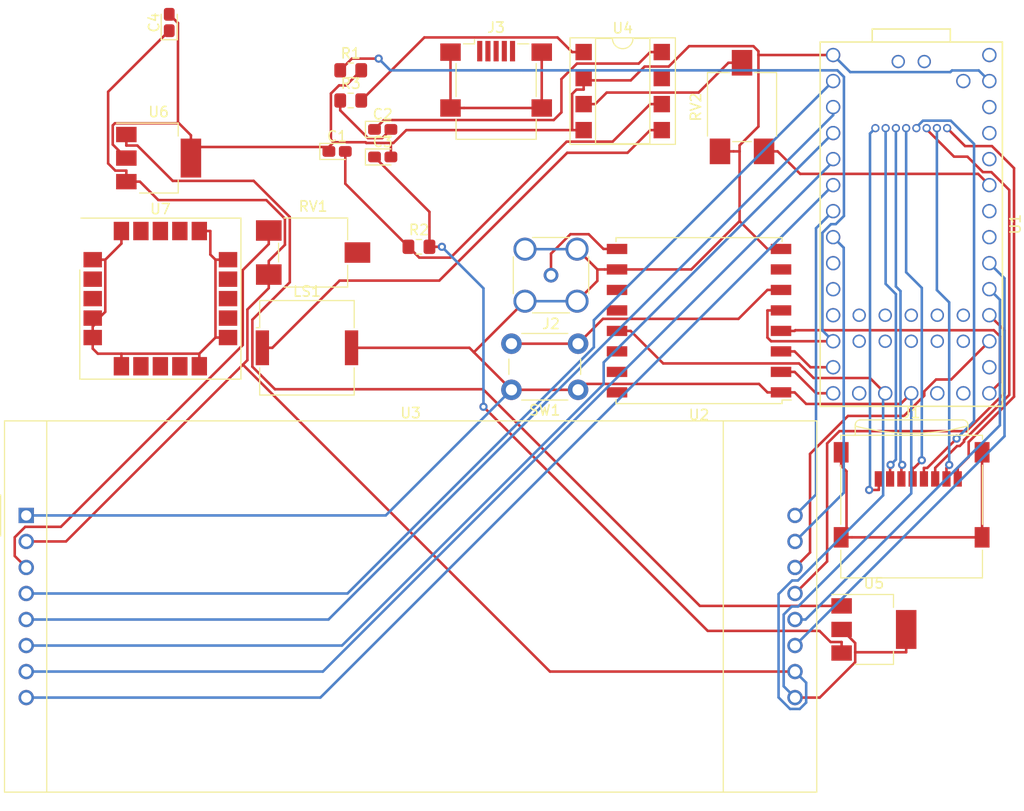
<source format=kicad_pcb>
(kicad_pcb (version 20171130) (host pcbnew 5.1.4)

  (general
    (thickness 1.6)
    (drawings 0)
    (tracks 385)
    (zones 0)
    (modules 21)
    (nets 91)
  )

  (page A4)
  (layers
    (0 F.Cu signal)
    (31 B.Cu signal)
    (32 B.Adhes user)
    (33 F.Adhes user)
    (34 B.Paste user)
    (35 F.Paste user)
    (36 B.SilkS user)
    (37 F.SilkS user)
    (38 B.Mask user)
    (39 F.Mask user)
    (40 Dwgs.User user)
    (41 Cmts.User user)
    (42 Eco1.User user)
    (43 Eco2.User user)
    (44 Edge.Cuts user)
    (45 Margin user)
    (46 B.CrtYd user)
    (47 F.CrtYd user)
    (48 B.Fab user)
    (49 F.Fab user)
  )

  (setup
    (last_trace_width 0.25)
    (trace_clearance 0.2)
    (zone_clearance 0.508)
    (zone_45_only no)
    (trace_min 0.2)
    (via_size 0.8)
    (via_drill 0.4)
    (via_min_size 0.4)
    (via_min_drill 0.3)
    (uvia_size 0.3)
    (uvia_drill 0.1)
    (uvias_allowed no)
    (uvia_min_size 0.2)
    (uvia_min_drill 0.1)
    (edge_width 0.05)
    (segment_width 0.2)
    (pcb_text_width 0.3)
    (pcb_text_size 1.5 1.5)
    (mod_edge_width 0.12)
    (mod_text_size 1 1)
    (mod_text_width 0.15)
    (pad_size 1.524 1.524)
    (pad_drill 0.762)
    (pad_to_mask_clearance 0.051)
    (solder_mask_min_width 0.25)
    (aux_axis_origin 0 0)
    (visible_elements FFFFFF7F)
    (pcbplotparams
      (layerselection 0x010fc_ffffffff)
      (usegerberextensions false)
      (usegerberattributes false)
      (usegerberadvancedattributes false)
      (creategerberjobfile false)
      (excludeedgelayer true)
      (linewidth 0.100000)
      (plotframeref false)
      (viasonmask false)
      (mode 1)
      (useauxorigin false)
      (hpglpennumber 1)
      (hpglpenspeed 20)
      (hpglpendiameter 15.000000)
      (psnegative false)
      (psa4output false)
      (plotreference true)
      (plotvalue true)
      (plotinvisibletext false)
      (padsonsilk false)
      (subtractmaskfromsilk false)
      (outputformat 1)
      (mirror false)
      (drillshape 1)
      (scaleselection 1)
      (outputdirectory ""))
  )

  (net 0 "")
  (net 1 "Net-(J1-Pad9)")
  (net 2 DAT1)
  (net 3 DAT0)
  (net 4 VSS)
  (net 5 CLK)
  (net 6 VDD)
  (net 7 CMD)
  (net 8 DAT3)
  (net 9 DAT2)
  (net 10 "Net-(J2-Pad1)")
  (net 11 GND)
  (net 12 "Net-(SW1-Pad2)")
  (net 13 MISO)
  (net 14 MOSI)
  (net 15 SCK)
  (net 16 CS)
  (net 17 "Net-(U2-Pad7)")
  (net 18 "Net-(U2-Pad11)")
  (net 19 "Net-(U2-Pad12)")
  (net 20 +3V3)
  (net 21 "Net-(U2-Pad14)")
  (net 22 "Net-(U2-Pad15)")
  (net 23 "Net-(U2-Pad16)")
  (net 24 "Net-(RV1-Pad3)")
  (net 25 RS)
  (net 26 RW)
  (net 27 E)
  (net 28 DB0)
  (net 29 DB1)
  (net 30 DB3)
  (net 31 DB4)
  (net 32 DB5)
  (net 33 DB6)
  (net 34 DB7)
  (net 35 DB2)
  (net 36 +BATT)
  (net 37 +5V)
  (net 38 "Net-(C1-Pad2)")
  (net 39 "Net-(C2-Pad1)")
  (net 40 "Net-(C2-Pad2)")
  (net 41 "Net-(J3-Pad1)")
  (net 42 "Net-(J3-Pad2)")
  (net 43 "Net-(J3-Pad3)")
  (net 44 "Net-(J3-Pad4)")
  (net 45 "Net-(J3-Pad5)")
  (net 46 "Net-(J3-Pad6)")
  (net 47 "Net-(LS1-Pad1)")
  (net 48 "Net-(R3-Pad2)")
  (net 49 "Net-(RV1-Pad2)")
  (net 50 "Net-(RV2-Pad2)")
  (net 51 Audio)
  (net 52 "Net-(U1-Pad35)")
  (net 53 "Net-(U1-Pad36)")
  (net 54 "Net-(U1-Pad37)")
  (net 55 "Net-(U1-Pad38)")
  (net 56 "Net-(U1-Pad39)")
  (net 57 "Net-(U1-Pad40)")
  (net 58 "Net-(U1-Pad41)")
  (net 59 "Net-(U1-Pad42)")
  (net 60 "Net-(U1-Pad43)")
  (net 61 "Net-(U1-Pad44)")
  (net 62 "Net-(U1-Pad53)")
  (net 63 "Net-(U1-Pad54)")
  (net 64 "Net-(U1-Pad9)")
  (net 65 "Net-(U1-Pad10)")
  (net 66 "Net-(U1-Pad11)")
  (net 67 "Net-(U1-Pad15)")
  (net 68 "Net-(U1-Pad18)")
  (net 69 "Net-(U1-Pad19)")
  (net 70 "Net-(U1-Pad21)")
  (net 71 "Net-(U1-Pad26)")
  (net 72 "Net-(U1-Pad27)")
  (net 73 "Net-(U1-Pad29)")
  (net 74 "Net-(U1-Pad30)")
  (net 75 "Net-(U1-Pad31)")
  (net 76 "Net-(U1-Pad34)")
  (net 77 "Net-(U1-Pad33)")
  (net 78 "Net-(U4-Pad7)")
  (net 79 "Net-(U7-Pad1)")
  (net 80 "Net-(U7-Pad2)")
  (net 81 "Net-(U7-Pad3)")
  (net 82 "Net-(U7-Pad7)")
  (net 83 "Net-(U7-Pad8)")
  (net 84 "Net-(U7-Pad9)")
  (net 85 "Net-(U7-Pad12)")
  (net 86 "Net-(U7-Pad13)")
  (net 87 "Net-(U7-Pad14)")
  (net 88 "Net-(U7-Pad17)")
  (net 89 "Net-(U7-Pad18)")
  (net 90 "Net-(U7-Pad19)")

  (net_class Default "This is the default net class."
    (clearance 0.2)
    (trace_width 0.25)
    (via_dia 0.8)
    (via_drill 0.4)
    (uvia_dia 0.3)
    (uvia_drill 0.1)
    (add_net +3V3)
    (add_net +5V)
    (add_net +BATT)
    (add_net Audio)
    (add_net CLK)
    (add_net CMD)
    (add_net CS)
    (add_net DAT0)
    (add_net DAT1)
    (add_net DAT2)
    (add_net DAT3)
    (add_net DB0)
    (add_net DB1)
    (add_net DB2)
    (add_net DB3)
    (add_net DB4)
    (add_net DB5)
    (add_net DB6)
    (add_net DB7)
    (add_net E)
    (add_net GND)
    (add_net MISO)
    (add_net MOSI)
    (add_net "Net-(C1-Pad2)")
    (add_net "Net-(C2-Pad1)")
    (add_net "Net-(C2-Pad2)")
    (add_net "Net-(J1-Pad9)")
    (add_net "Net-(J2-Pad1)")
    (add_net "Net-(J3-Pad1)")
    (add_net "Net-(J3-Pad2)")
    (add_net "Net-(J3-Pad3)")
    (add_net "Net-(J3-Pad4)")
    (add_net "Net-(J3-Pad5)")
    (add_net "Net-(J3-Pad6)")
    (add_net "Net-(LS1-Pad1)")
    (add_net "Net-(R3-Pad2)")
    (add_net "Net-(RV1-Pad2)")
    (add_net "Net-(RV1-Pad3)")
    (add_net "Net-(RV2-Pad2)")
    (add_net "Net-(SW1-Pad2)")
    (add_net "Net-(U1-Pad10)")
    (add_net "Net-(U1-Pad11)")
    (add_net "Net-(U1-Pad15)")
    (add_net "Net-(U1-Pad18)")
    (add_net "Net-(U1-Pad19)")
    (add_net "Net-(U1-Pad21)")
    (add_net "Net-(U1-Pad26)")
    (add_net "Net-(U1-Pad27)")
    (add_net "Net-(U1-Pad29)")
    (add_net "Net-(U1-Pad30)")
    (add_net "Net-(U1-Pad31)")
    (add_net "Net-(U1-Pad33)")
    (add_net "Net-(U1-Pad34)")
    (add_net "Net-(U1-Pad35)")
    (add_net "Net-(U1-Pad36)")
    (add_net "Net-(U1-Pad37)")
    (add_net "Net-(U1-Pad38)")
    (add_net "Net-(U1-Pad39)")
    (add_net "Net-(U1-Pad40)")
    (add_net "Net-(U1-Pad41)")
    (add_net "Net-(U1-Pad42)")
    (add_net "Net-(U1-Pad43)")
    (add_net "Net-(U1-Pad44)")
    (add_net "Net-(U1-Pad53)")
    (add_net "Net-(U1-Pad54)")
    (add_net "Net-(U1-Pad9)")
    (add_net "Net-(U2-Pad11)")
    (add_net "Net-(U2-Pad12)")
    (add_net "Net-(U2-Pad14)")
    (add_net "Net-(U2-Pad15)")
    (add_net "Net-(U2-Pad16)")
    (add_net "Net-(U2-Pad7)")
    (add_net "Net-(U4-Pad7)")
    (add_net "Net-(U7-Pad1)")
    (add_net "Net-(U7-Pad12)")
    (add_net "Net-(U7-Pad13)")
    (add_net "Net-(U7-Pad14)")
    (add_net "Net-(U7-Pad17)")
    (add_net "Net-(U7-Pad18)")
    (add_net "Net-(U7-Pad19)")
    (add_net "Net-(U7-Pad2)")
    (add_net "Net-(U7-Pad3)")
    (add_net "Net-(U7-Pad7)")
    (add_net "Net-(U7-Pad8)")
    (add_net "Net-(U7-Pad9)")
    (add_net RS)
    (add_net RW)
    (add_net SCK)
    (add_net VDD)
    (add_net VSS)
  )

  (module Connector_Card:microSD_HC_Wuerth_693072010801 (layer F.Cu) (tedit 5A1DBFB5) (tstamp 5DA5DE98)
    (at 144.18 61.98)
    (descr http://katalog.we-online.de/em/datasheet/693072010801.pdf)
    (tags "Micro SD Wuerth Wurth Würth")
    (path /5DA865C4)
    (attr smd)
    (fp_text reference J1 (at 0 -7.99) (layer F.SilkS)
      (effects (font (size 1 1) (thickness 0.15)))
    )
    (fp_text value Micro_SD_Card (at 0 9.22) (layer F.Fab)
      (effects (font (size 1 1) (thickness 0.15)))
    )
    (fp_text user %R (at 0 1.15) (layer F.Fab)
      (effects (font (size 1 1) (thickness 0.15)))
    )
    (fp_line (start -6.8 8) (end 6.8 8) (layer F.Fab) (width 0.1))
    (fp_line (start -6.8 -5.7) (end -6.8 8) (layer F.Fab) (width 0.1))
    (fp_line (start 6.8 -5.7) (end -6.8 -5.7) (layer F.Fab) (width 0.1))
    (fp_line (start 6.8 8) (end 6.8 -5.7) (layer F.Fab) (width 0.1))
    (fp_line (start 5 -6.61) (end 5.5 -6.71) (layer F.SilkS) (width 0.12))
    (fp_line (start 3.7 -6.31) (end 5 -6.61) (layer F.SilkS) (width 0.12))
    (fp_line (start 2.2 -6.11) (end 3.7 -6.31) (layer F.SilkS) (width 0.12))
    (fp_line (start 0.9 -6.01) (end 2.2 -6.11) (layer F.SilkS) (width 0.12))
    (fp_line (start -0.9 -6.01) (end 0.9 -6.01) (layer F.SilkS) (width 0.12))
    (fp_line (start -2.2 -6.11) (end -0.9 -6.01) (layer F.SilkS) (width 0.12))
    (fp_line (start -3 -6.21) (end -2.2 -6.11) (layer F.SilkS) (width 0.12))
    (fp_line (start -4.7 -6.51) (end -3 -6.21) (layer F.SilkS) (width 0.12))
    (fp_line (start -5.5 -6.71) (end -4.7 -6.51) (layer F.SilkS) (width 0.12))
    (fp_line (start -5 -7.31) (end 5 -7.31) (layer F.SilkS) (width 0.12))
    (fp_line (start -5.5 -5.81) (end -5.5 -6.81) (layer F.SilkS) (width 0.12))
    (fp_line (start 5.5 -5.81) (end 5.5 -6.81) (layer F.SilkS) (width 0.12))
    (fp_line (start -6.91 -5.81) (end 6.91 -5.81) (layer F.SilkS) (width 0.12))
    (fp_line (start 6.91 8.11) (end -6.91 8.11) (layer F.SilkS) (width 0.12))
    (fp_line (start 6.91 5.41) (end 6.91 8.11) (layer F.SilkS) (width 0.12))
    (fp_line (start 6.91 -5.81) (end 6.91 -5.41) (layer F.SilkS) (width 0.12))
    (fp_line (start 6.91 -2.89) (end 6.91 2.89) (layer F.SilkS) (width 0.12))
    (fp_line (start -6.91 5.41) (end -6.91 8.11) (layer F.SilkS) (width 0.12))
    (fp_line (start -6.91 -2.89) (end -6.91 2.89) (layer F.SilkS) (width 0.12))
    (fp_line (start -6.91 -5.81) (end -6.91 -5.41) (layer F.SilkS) (width 0.12))
    (fp_line (start 8.08 -6.2) (end 8.08 8.5) (layer F.CrtYd) (width 0.05))
    (fp_line (start 8.08 -6.2) (end -8.08 -6.2) (layer F.CrtYd) (width 0.05))
    (fp_line (start 8.08 8.5) (end -8.08 8.5) (layer F.CrtYd) (width 0.05))
    (fp_line (start -8.08 -6.2) (end -8.08 8.5) (layer F.CrtYd) (width 0.05))
    (fp_arc (start 5 -6.81) (end 5 -7.31) (angle 90) (layer F.SilkS) (width 0.12))
    (fp_arc (start -5 -6.81) (end -5.5 -6.81) (angle 90) (layer F.SilkS) (width 0.12))
    (pad 9 smd rect (at 6.875 -4.15) (size 1.45 2) (layers F.Cu F.Paste F.Mask)
      (net 1 "Net-(J1-Pad9)"))
    (pad 9 smd rect (at -6.875 -4.15) (size 1.45 2) (layers F.Cu F.Paste F.Mask)
      (net 1 "Net-(J1-Pad9)"))
    (pad 9 smd rect (at -6.875 4.15) (size 1.45 2) (layers F.Cu F.Paste F.Mask)
      (net 1 "Net-(J1-Pad9)"))
    (pad 9 smd rect (at 6.875 4.15) (size 1.45 2) (layers F.Cu F.Paste F.Mask)
      (net 1 "Net-(J1-Pad9)"))
    (pad 8 smd rect (at 4.5 -1.55) (size 0.8 1.5) (layers F.Cu F.Paste F.Mask)
      (net 2 DAT1))
    (pad 7 smd rect (at 3.4 -1.55) (size 0.8 1.5) (layers F.Cu F.Paste F.Mask)
      (net 3 DAT0))
    (pad 6 smd rect (at 2.3 -1.55) (size 0.8 1.5) (layers F.Cu F.Paste F.Mask)
      (net 4 VSS))
    (pad 5 smd rect (at 1.2 -1.55) (size 0.8 1.5) (layers F.Cu F.Paste F.Mask)
      (net 5 CLK))
    (pad 4 smd rect (at 0.1 -1.55) (size 0.8 1.5) (layers F.Cu F.Paste F.Mask)
      (net 6 VDD))
    (pad 3 smd rect (at -1 -1.55) (size 0.8 1.5) (layers F.Cu F.Paste F.Mask)
      (net 7 CMD))
    (pad 2 smd rect (at -2.1 -1.55) (size 0.8 1.5) (layers F.Cu F.Paste F.Mask)
      (net 8 DAT3))
    (pad 1 smd rect (at -3.2 -1.55) (size 0.8 1.5) (layers F.Cu F.Paste F.Mask)
      (net 9 DAT2))
    (model ${KISYS3DMOD}/Connector_Card.3dshapes/microSD_HC_Wuerth_693072010801.wrl
      (at (xyz 0 0 0))
      (scale (xyz 1 1 1))
      (rotate (xyz 0 0 0))
    )
  )

  (module Connector_Coaxial:SMA_Amphenol_132134-14_Vertical (layer F.Cu) (tedit 5B2F4D72) (tstamp 5DA5DEAF)
    (at 109 40.54 180)
    (descr https://www.amphenolrf.com/downloads/dl/file/id/1793/product/2976/132134_14_customer_drawing.pdf)
    (tags "SMA THT Female Jack Vertical ExtendedLegs")
    (path /5DA74245)
    (fp_text reference J2 (at 0 -4.75) (layer F.SilkS)
      (effects (font (size 1 1) (thickness 0.15)))
    )
    (fp_text value Conn_Coaxial (at 0 5) (layer F.Fab)
      (effects (font (size 1 1) (thickness 0.15)))
    )
    (fp_circle (center 0 0) (end 3.175 0) (layer F.Fab) (width 0.1))
    (fp_line (start 4.14 4.14) (end -4.14 4.14) (layer F.CrtYd) (width 0.05))
    (fp_line (start 4.14 4.14) (end 4.14 -4.14) (layer F.CrtYd) (width 0.05))
    (fp_line (start -4.14 -4.14) (end -4.14 4.14) (layer F.CrtYd) (width 0.05))
    (fp_line (start -4.14 -4.14) (end 4.14 -4.14) (layer F.CrtYd) (width 0.05))
    (fp_line (start -3.5 -3.5) (end 3.5 -3.5) (layer F.Fab) (width 0.1))
    (fp_line (start -3.5 -3.5) (end -3.5 3.5) (layer F.Fab) (width 0.1))
    (fp_line (start -3.5 3.5) (end 3.5 3.5) (layer F.Fab) (width 0.1))
    (fp_line (start 3.5 -3.5) (end 3.5 3.5) (layer F.Fab) (width 0.1))
    (fp_line (start -3.68 -1.8) (end -3.68 1.8) (layer F.SilkS) (width 0.12))
    (fp_line (start 3.68 -1.8) (end 3.68 1.8) (layer F.SilkS) (width 0.12))
    (fp_line (start -1.8 3.68) (end 1.8 3.68) (layer F.SilkS) (width 0.12))
    (fp_line (start -1.8 -3.68) (end 1.8 -3.68) (layer F.SilkS) (width 0.12))
    (fp_text user %R (at 0 0) (layer F.Fab)
      (effects (font (size 1 1) (thickness 0.15)))
    )
    (pad 1 thru_hole circle (at 0 0 180) (size 1.44 1.44) (drill 0.89) (layers *.Cu *.Mask)
      (net 10 "Net-(J2-Pad1)"))
    (pad 2 thru_hole circle (at 2.54 2.54 180) (size 2.25 2.25) (drill 1.7) (layers *.Cu *.Mask)
      (net 11 GND))
    (pad 2 thru_hole circle (at 2.54 -2.54 180) (size 2.25 2.25) (drill 1.7) (layers *.Cu *.Mask)
      (net 11 GND))
    (pad 2 thru_hole circle (at -2.54 -2.54 180) (size 2.25 2.25) (drill 1.7) (layers *.Cu *.Mask)
      (net 11 GND))
    (pad 2 thru_hole circle (at -2.54 2.54 180) (size 2.25 2.25) (drill 1.7) (layers *.Cu *.Mask)
      (net 11 GND))
    (model ${KISYS3DMOD}/Connector_Coaxial.3dshapes/SMA_Amphenol_132134-14_Vertical.wrl
      (at (xyz 0 0 0))
      (scale (xyz 1 1 1))
      (rotate (xyz 0 0 0))
    )
  )

  (module Button_Switch_THT:SW_PUSH_6mm (layer F.Cu) (tedit 5A02FE31) (tstamp 5DA5DECE)
    (at 111.64 51.73 180)
    (descr https://www.omron.com/ecb/products/pdf/en-b3f.pdf)
    (tags "tact sw push 6mm")
    (path /5DAA0934)
    (fp_text reference SW1 (at 3.25 -2) (layer F.SilkS)
      (effects (font (size 1 1) (thickness 0.15)))
    )
    (fp_text value SW_Push (at 3.75 6.7) (layer F.Fab)
      (effects (font (size 1 1) (thickness 0.15)))
    )
    (fp_text user %R (at 3.25 2.25) (layer F.Fab)
      (effects (font (size 1 1) (thickness 0.15)))
    )
    (fp_line (start 3.25 -0.75) (end 6.25 -0.75) (layer F.Fab) (width 0.1))
    (fp_line (start 6.25 -0.75) (end 6.25 5.25) (layer F.Fab) (width 0.1))
    (fp_line (start 6.25 5.25) (end 0.25 5.25) (layer F.Fab) (width 0.1))
    (fp_line (start 0.25 5.25) (end 0.25 -0.75) (layer F.Fab) (width 0.1))
    (fp_line (start 0.25 -0.75) (end 3.25 -0.75) (layer F.Fab) (width 0.1))
    (fp_line (start 7.75 6) (end 8 6) (layer F.CrtYd) (width 0.05))
    (fp_line (start 8 6) (end 8 5.75) (layer F.CrtYd) (width 0.05))
    (fp_line (start 7.75 -1.5) (end 8 -1.5) (layer F.CrtYd) (width 0.05))
    (fp_line (start 8 -1.5) (end 8 -1.25) (layer F.CrtYd) (width 0.05))
    (fp_line (start -1.5 -1.25) (end -1.5 -1.5) (layer F.CrtYd) (width 0.05))
    (fp_line (start -1.5 -1.5) (end -1.25 -1.5) (layer F.CrtYd) (width 0.05))
    (fp_line (start -1.5 5.75) (end -1.5 6) (layer F.CrtYd) (width 0.05))
    (fp_line (start -1.5 6) (end -1.25 6) (layer F.CrtYd) (width 0.05))
    (fp_line (start -1.25 -1.5) (end 7.75 -1.5) (layer F.CrtYd) (width 0.05))
    (fp_line (start -1.5 5.75) (end -1.5 -1.25) (layer F.CrtYd) (width 0.05))
    (fp_line (start 7.75 6) (end -1.25 6) (layer F.CrtYd) (width 0.05))
    (fp_line (start 8 -1.25) (end 8 5.75) (layer F.CrtYd) (width 0.05))
    (fp_line (start 1 5.5) (end 5.5 5.5) (layer F.SilkS) (width 0.12))
    (fp_line (start -0.25 1.5) (end -0.25 3) (layer F.SilkS) (width 0.12))
    (fp_line (start 5.5 -1) (end 1 -1) (layer F.SilkS) (width 0.12))
    (fp_line (start 6.75 3) (end 6.75 1.5) (layer F.SilkS) (width 0.12))
    (fp_circle (center 3.25 2.25) (end 1.25 2.5) (layer F.Fab) (width 0.1))
    (pad 2 thru_hole circle (at 0 4.5 270) (size 2 2) (drill 1.1) (layers *.Cu *.Mask)
      (net 12 "Net-(SW1-Pad2)"))
    (pad 1 thru_hole circle (at 0 0 270) (size 2 2) (drill 1.1) (layers *.Cu *.Mask)
      (net 11 GND))
    (pad 2 thru_hole circle (at 6.5 4.5 270) (size 2 2) (drill 1.1) (layers *.Cu *.Mask)
      (net 12 "Net-(SW1-Pad2)"))
    (pad 1 thru_hole circle (at 6.5 0 270) (size 2 2) (drill 1.1) (layers *.Cu *.Mask)
      (net 11 GND))
    (model ${KISYS3DMOD}/Button_Switch_THT.3dshapes/SW_PUSH_6mm.wrl
      (at (xyz 0 0 0))
      (scale (xyz 1 1 1))
      (rotate (xyz 0 0 0))
    )
  )

  (module RF_Module:HOPERF_RFM9XW_SMD (layer F.Cu) (tedit 5C227243) (tstamp 5DA5DEF3)
    (at 123.44 44.98 180)
    (descr "Low Power Long Range Transceiver Module SMD-16 (https://www.hoperf.com/data/upload/portal/20181127/5bfcbea20e9ef.pdf)")
    (tags "LoRa Low Power Long Range Transceiver Module")
    (path /5DA6501A)
    (attr smd)
    (fp_text reference U2 (at 0 -9.2) (layer F.SilkS)
      (effects (font (size 1 1) (thickness 0.15)))
    )
    (fp_text value RFM95W-915S2 (at 0 9.5) (layer F.Fab)
      (effects (font (size 1 1) (thickness 0.15)))
    )
    (fp_line (start -7 -8) (end 8 -8) (layer F.Fab) (width 0.1))
    (fp_line (start 8 8) (end 8 -8) (layer F.Fab) (width 0.1))
    (fp_line (start -8 8) (end 8 8) (layer F.Fab) (width 0.1))
    (fp_line (start -8 8) (end -8 -7) (layer F.Fab) (width 0.1))
    (fp_text user %R (at 0 0) (layer F.Fab)
      (effects (font (size 1 1) (thickness 0.15)))
    )
    (fp_line (start -9.25 -8.25) (end 9.25 -8.25) (layer F.CrtYd) (width 0.05))
    (fp_line (start 9.25 -8.25) (end 9.25 8.25) (layer F.CrtYd) (width 0.05))
    (fp_line (start -9.25 8.25) (end 9.25 8.25) (layer F.CrtYd) (width 0.05))
    (fp_line (start -9.25 8.25) (end -9.25 -8.25) (layer F.CrtYd) (width 0.05))
    (fp_line (start -8.1 -8.1) (end 8.1 -8.1) (layer F.SilkS) (width 0.12))
    (fp_line (start 8.1 -8.1) (end 8.1 -7.7) (layer F.SilkS) (width 0.12))
    (fp_line (start -8.1 7.7) (end -8.1 8.1) (layer F.SilkS) (width 0.12))
    (fp_line (start -8.1 8.1) (end 8.1 8.1) (layer F.SilkS) (width 0.12))
    (fp_line (start 8.1 8.1) (end 8.1 7.7) (layer F.SilkS) (width 0.12))
    (fp_line (start -8.1 -8.1) (end -8.1 -7.75) (layer F.SilkS) (width 0.12))
    (fp_line (start -8.1 -7.75) (end -9 -7.75) (layer F.SilkS) (width 0.12))
    (fp_line (start -7 -8) (end -8 -7) (layer F.Fab) (width 0.1))
    (pad 1 smd rect (at -8 -7 180) (size 2 1) (layers F.Cu F.Paste F.Mask)
      (net 11 GND))
    (pad 2 smd rect (at -8 -5 180) (size 2 1) (layers F.Cu F.Paste F.Mask)
      (net 13 MISO))
    (pad 3 smd rect (at -8 -3 180) (size 2 1) (layers F.Cu F.Paste F.Mask)
      (net 14 MOSI))
    (pad 4 smd rect (at -8 -1 180) (size 2 1) (layers F.Cu F.Paste F.Mask)
      (net 15 SCK))
    (pad 5 smd rect (at -8 1 180) (size 2 1) (layers F.Cu F.Paste F.Mask)
      (net 16 CS))
    (pad 6 smd rect (at -8 3 180) (size 2 1) (layers F.Cu F.Paste F.Mask)
      (net 12 "Net-(SW1-Pad2)"))
    (pad 7 smd rect (at -8 5 180) (size 2 1) (layers F.Cu F.Paste F.Mask)
      (net 17 "Net-(U2-Pad7)"))
    (pad 8 smd rect (at -8 7 180) (size 2 1) (layers F.Cu F.Paste F.Mask)
      (net 11 GND))
    (pad 9 smd rect (at 8 7 180) (size 2 1) (layers F.Cu F.Paste F.Mask)
      (net 10 "Net-(J2-Pad1)"))
    (pad 10 smd rect (at 8 5 180) (size 2 1) (layers F.Cu F.Paste F.Mask)
      (net 11 GND))
    (pad 11 smd rect (at 8 3 180) (size 2 1) (layers F.Cu F.Paste F.Mask)
      (net 18 "Net-(U2-Pad11)"))
    (pad 12 smd rect (at 8 1 180) (size 2 1) (layers F.Cu F.Paste F.Mask)
      (net 19 "Net-(U2-Pad12)"))
    (pad 13 smd rect (at 8 -1 180) (size 2 1) (layers F.Cu F.Paste F.Mask)
      (net 20 +3V3))
    (pad 14 smd rect (at 8 -3 180) (size 2 1) (layers F.Cu F.Paste F.Mask)
      (net 21 "Net-(U2-Pad14)"))
    (pad 15 smd rect (at 8 -5 180) (size 2 1) (layers F.Cu F.Paste F.Mask)
      (net 22 "Net-(U2-Pad15)"))
    (pad 16 smd rect (at 8 -7 180) (size 2 1) (layers F.Cu F.Paste F.Mask)
      (net 23 "Net-(U2-Pad16)"))
    (model ${KISYS3DMOD}/RF_Module.3dshapes/HOPERF_RFM9XW_SMD.wrl
      (at (xyz 0 0 0))
      (scale (xyz 1 1 1))
      (rotate (xyz 0 0 0))
    )
  )

  (module Display:NHD-0420H1Z (layer F.Cu) (tedit 5A8741DC) (tstamp 5DA5DF1C)
    (at 57.805 63.995)
    (descr "NHD-0420H1Z LCD http://www.newhavendisplay.com/specs/NHD-0420H1Z-FSW-GBW-33V3.pdf")
    (tags "NHD-0420H1Z LCD")
    (path /5DA358AF)
    (fp_text reference U3 (at 37.5 -10) (layer F.SilkS)
      (effects (font (size 1 1) (thickness 0.15)))
    )
    (fp_text value NHD-0420H1Z (at 37.5 28) (layer F.Fab)
      (effects (font (size 1 1) (thickness 0.15)))
    )
    (fp_line (start 68 -9.23) (end 68 27.01) (layer F.SilkS) (width 0.12))
    (fp_line (start 2 27.01) (end 2 -9.23) (layer F.SilkS) (width 0.12))
    (fp_line (start -2 1) (end -1 0) (layer F.Fab) (width 0.1))
    (fp_line (start -1 0) (end -2 -1) (layer F.Fab) (width 0.1))
    (fp_line (start -2 -1) (end -2 -9.11) (layer F.Fab) (width 0.1))
    (fp_line (start -2.5 -2) (end -2.5 2) (layer F.SilkS) (width 0.12))
    (fp_text user %R (at 37.5 8.89) (layer F.Fab)
      (effects (font (size 1 1) (thickness 0.15)))
    )
    (fp_line (start -2.25 -9.36) (end 77.25 -9.36) (layer F.CrtYd) (width 0.05))
    (fp_line (start 77.25 -9.36) (end 77.25 27.14) (layer F.CrtYd) (width 0.05))
    (fp_line (start 77.25 27.14) (end -2.25 27.14) (layer F.CrtYd) (width 0.05))
    (fp_line (start -2.25 27.14) (end -2.25 -9.36) (layer F.CrtYd) (width 0.05))
    (fp_line (start -2.12 -9.23) (end 77.12 -9.23) (layer F.SilkS) (width 0.12))
    (fp_line (start 77.12 -9.23) (end 77.12 27.01) (layer F.SilkS) (width 0.12))
    (fp_line (start 77.12 27.01) (end -2.12 27.01) (layer F.SilkS) (width 0.12))
    (fp_line (start -2.12 27.01) (end -2.12 -9.23) (layer F.SilkS) (width 0.12))
    (fp_line (start -2 -9.11) (end 77 -9.11) (layer F.Fab) (width 0.1))
    (fp_line (start 77 -9.11) (end 77 26.89) (layer F.Fab) (width 0.1))
    (fp_line (start 77 26.89) (end -2 26.89) (layer F.Fab) (width 0.1))
    (fp_line (start -2 26.89) (end -2 1) (layer F.Fab) (width 0.1))
    (pad 1 thru_hole rect (at 0 0) (size 1.5 1.5) (drill 1) (layers *.Cu *.Mask)
      (net 11 GND))
    (pad 2 thru_hole circle (at 0 2.54) (size 1.5 1.5) (drill 1) (layers *.Cu *.Mask)
      (net 20 +3V3))
    (pad 3 thru_hole circle (at 0 5.08) (size 1.5 1.5) (drill 1) (layers *.Cu *.Mask)
      (net 24 "Net-(RV1-Pad3)"))
    (pad 4 thru_hole circle (at 0 7.62) (size 1.5 1.5) (drill 1) (layers *.Cu *.Mask)
      (net 25 RS))
    (pad 5 thru_hole circle (at 0 10.16) (size 1.5 1.5) (drill 1) (layers *.Cu *.Mask)
      (net 26 RW))
    (pad 6 thru_hole circle (at 0 12.7) (size 1.5 1.5) (drill 1) (layers *.Cu *.Mask)
      (net 27 E))
    (pad 7 thru_hole circle (at 0 15.24) (size 1.5 1.5) (drill 1) (layers *.Cu *.Mask)
      (net 28 DB0))
    (pad 8 thru_hole circle (at 0 17.78) (size 1.5 1.5) (drill 1) (layers *.Cu *.Mask)
      (net 29 DB1))
    (pad 10 thru_hole circle (at 75 2.54) (size 1.5 1.5) (drill 1) (layers *.Cu *.Mask)
      (net 30 DB3))
    (pad 11 thru_hole circle (at 75 5.08) (size 1.5 1.5) (drill 1) (layers *.Cu *.Mask)
      (net 31 DB4))
    (pad 12 thru_hole circle (at 75 7.62) (size 1.5 1.5) (drill 1) (layers *.Cu *.Mask)
      (net 32 DB5))
    (pad 13 thru_hole circle (at 75 10.16) (size 1.5 1.5) (drill 1) (layers *.Cu *.Mask)
      (net 33 DB6))
    (pad 14 thru_hole circle (at 75 12.7) (size 1.5 1.5) (drill 1) (layers *.Cu *.Mask)
      (net 34 DB7))
    (pad "" np_thru_hole circle (at 75 -7.11) (size 2 2) (drill 2) (layers *.Cu *.Mask))
    (pad "" np_thru_hole circle (at 0 24.89) (size 2 2) (drill 2) (layers *.Cu *.Mask))
    (pad 9 thru_hole circle (at 75 0) (size 1.5 1.5) (drill 1) (layers *.Cu *.Mask)
      (net 35 DB2))
    (pad 16 thru_hole circle (at 75 17.78) (size 1.5 1.5) (drill 1) (layers *.Cu *.Mask)
      (net 11 GND))
    (pad 15 thru_hole circle (at 75 15.24) (size 1.5 1.5) (drill 1) (layers *.Cu *.Mask)
      (net 20 +3V3))
    (model ${KISYS3DMOD}/Display.3dshapes/NHD-0420H1Z.wrl
      (at (xyz 0 0 0))
      (scale (xyz 1 1 1))
      (rotate (xyz 0 0 0))
    )
  )

  (module Package_TO_SOT_SMD:SOT-223-3_TabPin2 (layer F.Cu) (tedit 5A02FF57) (tstamp 5DA5DF32)
    (at 140.5 75.125)
    (descr "module CMS SOT223 4 pins")
    (tags "CMS SOT")
    (path /5DA60F68)
    (attr smd)
    (fp_text reference U5 (at 0 -4.5) (layer F.SilkS)
      (effects (font (size 1 1) (thickness 0.15)))
    )
    (fp_text value LT1129-5.0_SOT223 (at 0 4.5) (layer F.Fab)
      (effects (font (size 1 1) (thickness 0.15)))
    )
    (fp_line (start 1.85 -3.35) (end 1.85 3.35) (layer F.Fab) (width 0.1))
    (fp_line (start -1.85 3.35) (end 1.85 3.35) (layer F.Fab) (width 0.1))
    (fp_line (start -4.1 -3.41) (end 1.91 -3.41) (layer F.SilkS) (width 0.12))
    (fp_line (start -0.85 -3.35) (end 1.85 -3.35) (layer F.Fab) (width 0.1))
    (fp_line (start -1.85 3.41) (end 1.91 3.41) (layer F.SilkS) (width 0.12))
    (fp_line (start -1.85 -2.35) (end -1.85 3.35) (layer F.Fab) (width 0.1))
    (fp_line (start -1.85 -2.35) (end -0.85 -3.35) (layer F.Fab) (width 0.1))
    (fp_line (start -4.4 -3.6) (end -4.4 3.6) (layer F.CrtYd) (width 0.05))
    (fp_line (start -4.4 3.6) (end 4.4 3.6) (layer F.CrtYd) (width 0.05))
    (fp_line (start 4.4 3.6) (end 4.4 -3.6) (layer F.CrtYd) (width 0.05))
    (fp_line (start 4.4 -3.6) (end -4.4 -3.6) (layer F.CrtYd) (width 0.05))
    (fp_line (start 1.91 -3.41) (end 1.91 -2.15) (layer F.SilkS) (width 0.12))
    (fp_line (start 1.91 3.41) (end 1.91 2.15) (layer F.SilkS) (width 0.12))
    (fp_text user %R (at 0 0 90) (layer F.Fab)
      (effects (font (size 0.8 0.8) (thickness 0.12)))
    )
    (pad 1 smd rect (at -3.15 -2.3) (size 2 1.5) (layers F.Cu F.Paste F.Mask)
      (net 36 +BATT))
    (pad 3 smd rect (at -3.15 2.3) (size 2 1.5) (layers F.Cu F.Paste F.Mask)
      (net 37 +5V))
    (pad 2 smd rect (at -3.15 0) (size 2 1.5) (layers F.Cu F.Paste F.Mask)
      (net 11 GND))
    (pad 2 smd rect (at 3.15 0) (size 2 3.8) (layers F.Cu F.Paste F.Mask)
      (net 11 GND))
    (model ${KISYS3DMOD}/Package_TO_SOT_SMD.3dshapes/SOT-223.wrl
      (at (xyz 0 0 0))
      (scale (xyz 1 1 1))
      (rotate (xyz 0 0 0))
    )
  )

  (module Package_TO_SOT_SMD:SOT-223-3_TabPin2 (layer F.Cu) (tedit 5A02FF57) (tstamp 5DA5DF48)
    (at 70.72 29.11)
    (descr "module CMS SOT223 4 pins")
    (tags "CMS SOT")
    (path /5DA36B3C)
    (attr smd)
    (fp_text reference U6 (at 0 -4.5) (layer F.SilkS)
      (effects (font (size 1 1) (thickness 0.15)))
    )
    (fp_text value LT1129-3.3_SOT223 (at 0 4.5) (layer F.Fab)
      (effects (font (size 1 1) (thickness 0.15)))
    )
    (fp_text user %R (at 0 0 90) (layer F.Fab)
      (effects (font (size 0.8 0.8) (thickness 0.12)))
    )
    (fp_line (start 1.91 3.41) (end 1.91 2.15) (layer F.SilkS) (width 0.12))
    (fp_line (start 1.91 -3.41) (end 1.91 -2.15) (layer F.SilkS) (width 0.12))
    (fp_line (start 4.4 -3.6) (end -4.4 -3.6) (layer F.CrtYd) (width 0.05))
    (fp_line (start 4.4 3.6) (end 4.4 -3.6) (layer F.CrtYd) (width 0.05))
    (fp_line (start -4.4 3.6) (end 4.4 3.6) (layer F.CrtYd) (width 0.05))
    (fp_line (start -4.4 -3.6) (end -4.4 3.6) (layer F.CrtYd) (width 0.05))
    (fp_line (start -1.85 -2.35) (end -0.85 -3.35) (layer F.Fab) (width 0.1))
    (fp_line (start -1.85 -2.35) (end -1.85 3.35) (layer F.Fab) (width 0.1))
    (fp_line (start -1.85 3.41) (end 1.91 3.41) (layer F.SilkS) (width 0.12))
    (fp_line (start -0.85 -3.35) (end 1.85 -3.35) (layer F.Fab) (width 0.1))
    (fp_line (start -4.1 -3.41) (end 1.91 -3.41) (layer F.SilkS) (width 0.12))
    (fp_line (start -1.85 3.35) (end 1.85 3.35) (layer F.Fab) (width 0.1))
    (fp_line (start 1.85 -3.35) (end 1.85 3.35) (layer F.Fab) (width 0.1))
    (pad 2 smd rect (at 3.15 0) (size 2 3.8) (layers F.Cu F.Paste F.Mask)
      (net 11 GND))
    (pad 2 smd rect (at -3.15 0) (size 2 1.5) (layers F.Cu F.Paste F.Mask)
      (net 11 GND))
    (pad 3 smd rect (at -3.15 2.3) (size 2 1.5) (layers F.Cu F.Paste F.Mask)
      (net 20 +3V3))
    (pad 1 smd rect (at -3.15 -2.3) (size 2 1.5) (layers F.Cu F.Paste F.Mask)
      (net 36 +BATT))
    (model ${KISYS3DMOD}/Package_TO_SOT_SMD.3dshapes/SOT-223.wrl
      (at (xyz 0 0 0))
      (scale (xyz 1 1 1))
      (rotate (xyz 0 0 0))
    )
  )

  (module Capacitor_Tantalum_SMD:CP_EIA-1608-08_AVX-J_Pad1.25x1.05mm_HandSolder (layer F.Cu) (tedit 5B301BBE) (tstamp 5DA9383F)
    (at 88.13 28.46)
    (descr "Tantalum Capacitor SMD AVX-J (1608-08 Metric), IPC_7351 nominal, (Body size from: https://www.vishay.com/docs/48064/_t58_vmn_pt0471_1601.pdf), generated with kicad-footprint-generator")
    (tags "capacitor tantalum")
    (path /5DA77B73)
    (attr smd)
    (fp_text reference C1 (at 0 -1.48) (layer F.SilkS)
      (effects (font (size 1 1) (thickness 0.15)))
    )
    (fp_text value CP1_Small (at 0 1.48) (layer F.Fab)
      (effects (font (size 1 1) (thickness 0.15)))
    )
    (fp_text user %R (at 0 0) (layer F.Fab)
      (effects (font (size 0.4 0.4) (thickness 0.06)))
    )
    (fp_line (start 1.68 0.78) (end -1.68 0.78) (layer F.CrtYd) (width 0.05))
    (fp_line (start 1.68 -0.78) (end 1.68 0.78) (layer F.CrtYd) (width 0.05))
    (fp_line (start -1.68 -0.78) (end 1.68 -0.78) (layer F.CrtYd) (width 0.05))
    (fp_line (start -1.68 0.78) (end -1.68 -0.78) (layer F.CrtYd) (width 0.05))
    (fp_line (start -1.685 0.785) (end 0.8 0.785) (layer F.SilkS) (width 0.12))
    (fp_line (start -1.685 -0.785) (end -1.685 0.785) (layer F.SilkS) (width 0.12))
    (fp_line (start 0.8 -0.785) (end -1.685 -0.785) (layer F.SilkS) (width 0.12))
    (fp_line (start 0.8 0.425) (end 0.8 -0.425) (layer F.Fab) (width 0.1))
    (fp_line (start -0.8 0.425) (end 0.8 0.425) (layer F.Fab) (width 0.1))
    (fp_line (start -0.8 -0.125) (end -0.8 0.425) (layer F.Fab) (width 0.1))
    (fp_line (start -0.5 -0.425) (end -0.8 -0.125) (layer F.Fab) (width 0.1))
    (fp_line (start 0.8 -0.425) (end -0.5 -0.425) (layer F.Fab) (width 0.1))
    (pad 2 smd roundrect (at 0.8 0) (size 1.25 1.05) (layers F.Cu F.Paste F.Mask) (roundrect_rratio 0.238095)
      (net 38 "Net-(C1-Pad2)"))
    (pad 1 smd roundrect (at -0.8 0) (size 1.25 1.05) (layers F.Cu F.Paste F.Mask) (roundrect_rratio 0.238095)
      (net 11 GND))
    (model ${KISYS3DMOD}/Capacitor_Tantalum_SMD.3dshapes/CP_EIA-1608-08_AVX-J.wrl
      (at (xyz 0 0 0))
      (scale (xyz 1 1 1))
      (rotate (xyz 0 0 0))
    )
  )

  (module Capacitor_Tantalum_SMD:CP_EIA-1608-08_AVX-J_Pad1.25x1.05mm_HandSolder (layer F.Cu) (tedit 5B301BBE) (tstamp 5DA93852)
    (at 92.58 26.31)
    (descr "Tantalum Capacitor SMD AVX-J (1608-08 Metric), IPC_7351 nominal, (Body size from: https://www.vishay.com/docs/48064/_t58_vmn_pt0471_1601.pdf), generated with kicad-footprint-generator")
    (tags "capacitor tantalum")
    (path /5DA5AD0F)
    (attr smd)
    (fp_text reference C2 (at 0 -1.48) (layer F.SilkS)
      (effects (font (size 1 1) (thickness 0.15)))
    )
    (fp_text value CP1_Small (at 0 1.48) (layer F.Fab)
      (effects (font (size 1 1) (thickness 0.15)))
    )
    (fp_line (start 0.8 -0.425) (end -0.5 -0.425) (layer F.Fab) (width 0.1))
    (fp_line (start -0.5 -0.425) (end -0.8 -0.125) (layer F.Fab) (width 0.1))
    (fp_line (start -0.8 -0.125) (end -0.8 0.425) (layer F.Fab) (width 0.1))
    (fp_line (start -0.8 0.425) (end 0.8 0.425) (layer F.Fab) (width 0.1))
    (fp_line (start 0.8 0.425) (end 0.8 -0.425) (layer F.Fab) (width 0.1))
    (fp_line (start 0.8 -0.785) (end -1.685 -0.785) (layer F.SilkS) (width 0.12))
    (fp_line (start -1.685 -0.785) (end -1.685 0.785) (layer F.SilkS) (width 0.12))
    (fp_line (start -1.685 0.785) (end 0.8 0.785) (layer F.SilkS) (width 0.12))
    (fp_line (start -1.68 0.78) (end -1.68 -0.78) (layer F.CrtYd) (width 0.05))
    (fp_line (start -1.68 -0.78) (end 1.68 -0.78) (layer F.CrtYd) (width 0.05))
    (fp_line (start 1.68 -0.78) (end 1.68 0.78) (layer F.CrtYd) (width 0.05))
    (fp_line (start 1.68 0.78) (end -1.68 0.78) (layer F.CrtYd) (width 0.05))
    (fp_text user %R (at 0 0) (layer F.Fab)
      (effects (font (size 0.4 0.4) (thickness 0.06)))
    )
    (pad 1 smd roundrect (at -0.8 0) (size 1.25 1.05) (layers F.Cu F.Paste F.Mask) (roundrect_rratio 0.238095)
      (net 39 "Net-(C2-Pad1)"))
    (pad 2 smd roundrect (at 0.8 0) (size 1.25 1.05) (layers F.Cu F.Paste F.Mask) (roundrect_rratio 0.238095)
      (net 40 "Net-(C2-Pad2)"))
    (model ${KISYS3DMOD}/Capacitor_Tantalum_SMD.3dshapes/CP_EIA-1608-08_AVX-J.wrl
      (at (xyz 0 0 0))
      (scale (xyz 1 1 1))
      (rotate (xyz 0 0 0))
    )
  )

  (module Capacitor_Tantalum_SMD:CP_EIA-1608-08_AVX-J_Pad1.25x1.05mm_HandSolder (layer F.Cu) (tedit 5B301BBE) (tstamp 5DA93865)
    (at 92.58 29)
    (descr "Tantalum Capacitor SMD AVX-J (1608-08 Metric), IPC_7351 nominal, (Body size from: https://www.vishay.com/docs/48064/_t58_vmn_pt0471_1601.pdf), generated with kicad-footprint-generator")
    (tags "capacitor tantalum")
    (path /5DA63242)
    (attr smd)
    (fp_text reference C3 (at 0 -1.48) (layer F.SilkS)
      (effects (font (size 1 1) (thickness 0.15)))
    )
    (fp_text value 3.3uF (at 0 1.48) (layer F.Fab)
      (effects (font (size 1 1) (thickness 0.15)))
    )
    (fp_line (start 0.8 -0.425) (end -0.5 -0.425) (layer F.Fab) (width 0.1))
    (fp_line (start -0.5 -0.425) (end -0.8 -0.125) (layer F.Fab) (width 0.1))
    (fp_line (start -0.8 -0.125) (end -0.8 0.425) (layer F.Fab) (width 0.1))
    (fp_line (start -0.8 0.425) (end 0.8 0.425) (layer F.Fab) (width 0.1))
    (fp_line (start 0.8 0.425) (end 0.8 -0.425) (layer F.Fab) (width 0.1))
    (fp_line (start 0.8 -0.785) (end -1.685 -0.785) (layer F.SilkS) (width 0.12))
    (fp_line (start -1.685 -0.785) (end -1.685 0.785) (layer F.SilkS) (width 0.12))
    (fp_line (start -1.685 0.785) (end 0.8 0.785) (layer F.SilkS) (width 0.12))
    (fp_line (start -1.68 0.78) (end -1.68 -0.78) (layer F.CrtYd) (width 0.05))
    (fp_line (start -1.68 -0.78) (end 1.68 -0.78) (layer F.CrtYd) (width 0.05))
    (fp_line (start 1.68 -0.78) (end 1.68 0.78) (layer F.CrtYd) (width 0.05))
    (fp_line (start 1.68 0.78) (end -1.68 0.78) (layer F.CrtYd) (width 0.05))
    (fp_text user %R (at 0 0) (layer F.Fab)
      (effects (font (size 0.4 0.4) (thickness 0.06)))
    )
    (pad 1 smd roundrect (at -0.8 0) (size 1.25 1.05) (layers F.Cu F.Paste F.Mask) (roundrect_rratio 0.238095)
      (net 37 +5V))
    (pad 2 smd roundrect (at 0.8 0) (size 1.25 1.05) (layers F.Cu F.Paste F.Mask) (roundrect_rratio 0.238095)
      (net 11 GND))
    (model ${KISYS3DMOD}/Capacitor_Tantalum_SMD.3dshapes/CP_EIA-1608-08_AVX-J.wrl
      (at (xyz 0 0 0))
      (scale (xyz 1 1 1))
      (rotate (xyz 0 0 0))
    )
  )

  (module Capacitor_Tantalum_SMD:CP_EIA-1608-08_AVX-J_Pad1.25x1.05mm_HandSolder (layer F.Cu) (tedit 5B301BBE) (tstamp 5DA93878)
    (at 71.755 15.875 90)
    (descr "Tantalum Capacitor SMD AVX-J (1608-08 Metric), IPC_7351 nominal, (Body size from: https://www.vishay.com/docs/48064/_t58_vmn_pt0471_1601.pdf), generated with kicad-footprint-generator")
    (tags "capacitor tantalum")
    (path /5DA37759)
    (attr smd)
    (fp_text reference C4 (at 0 -1.48 90) (layer F.SilkS)
      (effects (font (size 1 1) (thickness 0.15)))
    )
    (fp_text value 3.3uF (at 0 1.48 90) (layer F.Fab)
      (effects (font (size 1 1) (thickness 0.15)))
    )
    (fp_text user %R (at 0 0 90) (layer F.Fab)
      (effects (font (size 0.4 0.4) (thickness 0.06)))
    )
    (fp_line (start 1.68 0.78) (end -1.68 0.78) (layer F.CrtYd) (width 0.05))
    (fp_line (start 1.68 -0.78) (end 1.68 0.78) (layer F.CrtYd) (width 0.05))
    (fp_line (start -1.68 -0.78) (end 1.68 -0.78) (layer F.CrtYd) (width 0.05))
    (fp_line (start -1.68 0.78) (end -1.68 -0.78) (layer F.CrtYd) (width 0.05))
    (fp_line (start -1.685 0.785) (end 0.8 0.785) (layer F.SilkS) (width 0.12))
    (fp_line (start -1.685 -0.785) (end -1.685 0.785) (layer F.SilkS) (width 0.12))
    (fp_line (start 0.8 -0.785) (end -1.685 -0.785) (layer F.SilkS) (width 0.12))
    (fp_line (start 0.8 0.425) (end 0.8 -0.425) (layer F.Fab) (width 0.1))
    (fp_line (start -0.8 0.425) (end 0.8 0.425) (layer F.Fab) (width 0.1))
    (fp_line (start -0.8 -0.125) (end -0.8 0.425) (layer F.Fab) (width 0.1))
    (fp_line (start -0.5 -0.425) (end -0.8 -0.125) (layer F.Fab) (width 0.1))
    (fp_line (start 0.8 -0.425) (end -0.5 -0.425) (layer F.Fab) (width 0.1))
    (pad 2 smd roundrect (at 0.8 0 90) (size 1.25 1.05) (layers F.Cu F.Paste F.Mask) (roundrect_rratio 0.238095)
      (net 11 GND))
    (pad 1 smd roundrect (at -0.8 0 90) (size 1.25 1.05) (layers F.Cu F.Paste F.Mask) (roundrect_rratio 0.238095)
      (net 20 +3V3))
    (model ${KISYS3DMOD}/Capacitor_Tantalum_SMD.3dshapes/CP_EIA-1608-08_AVX-J.wrl
      (at (xyz 0 0 0))
      (scale (xyz 1 1 1))
      (rotate (xyz 0 0 0))
    )
  )

  (module Connector_USB:USB_Mini-B_Lumberg_2486_01_Horizontal (layer F.Cu) (tedit 5AC6B535) (tstamp 5DA938AA)
    (at 103.645 21.37)
    (descr "USB Mini-B 5-pin SMD connector, http://downloads.lumberg.com/datenblaetter/en/2486_01.pdf")
    (tags "USB USB_B USB_Mini connector")
    (path /5DA6D7F2)
    (attr smd)
    (fp_text reference J3 (at 0 -5) (layer F.SilkS)
      (effects (font (size 1 1) (thickness 0.15)))
    )
    (fp_text value USB_B_Micro (at 0 7.5) (layer F.Fab)
      (effects (font (size 1 1) (thickness 0.15)))
    )
    (fp_line (start 2.35 -4.2) (end -2.35 -4.2) (layer F.CrtYd) (width 0.05))
    (fp_line (start 2.35 -3.95) (end 2.35 -4.2) (layer F.CrtYd) (width 0.05))
    (fp_line (start 4.35 1.5) (end 5.95 1.5) (layer F.CrtYd) (width 0.05))
    (fp_line (start 4.35 4.2) (end 5.95 4.2) (layer F.CrtYd) (width 0.05))
    (fp_line (start 4.35 6.35) (end 4.35 4.2) (layer F.CrtYd) (width 0.05))
    (fp_line (start 3.91 5.91) (end -3.91 5.91) (layer F.SilkS) (width 0.12))
    (fp_line (start -1.6 -2.85) (end -1.25 -3.35) (layer F.Fab) (width 0.1))
    (fp_line (start -2.11 -3.41) (end -2.11 -3.84) (layer F.SilkS) (width 0.12))
    (fp_text user %R (at 0 1.6 180) (layer F.Fab)
      (effects (font (size 1 1) (thickness 0.15)))
    )
    (fp_line (start 3.91 5.91) (end 3.91 3.96) (layer F.SilkS) (width 0.12))
    (fp_line (start 3.91 1.74) (end 3.91 -1.49) (layer F.SilkS) (width 0.12))
    (fp_line (start 2.11 -3.41) (end 3.19 -3.41) (layer F.SilkS) (width 0.12))
    (fp_line (start -3.19 -3.41) (end -2.11 -3.41) (layer F.SilkS) (width 0.12))
    (fp_line (start -3.91 1.74) (end -3.91 -1.49) (layer F.SilkS) (width 0.12))
    (fp_line (start -3.91 5.91) (end -3.91 3.96) (layer F.SilkS) (width 0.12))
    (fp_line (start 3.85 5.85) (end 3.85 -3.35) (layer F.Fab) (width 0.1))
    (fp_line (start -3.85 5.85) (end 3.85 5.85) (layer F.Fab) (width 0.1))
    (fp_line (start -3.85 -3.35) (end -3.85 5.85) (layer F.Fab) (width 0.1))
    (fp_line (start -3.85 -3.35) (end 3.85 -3.35) (layer F.Fab) (width 0.1))
    (fp_line (start -4.35 6.35) (end 4.35 6.35) (layer F.CrtYd) (width 0.05))
    (fp_line (start 5.95 -3.95) (end 2.35 -3.95) (layer F.CrtYd) (width 0.05))
    (fp_line (start 5.95 1.5) (end 5.95 4.2) (layer F.CrtYd) (width 0.05))
    (fp_line (start -1.95 -3.35) (end -1.6 -2.85) (layer F.Fab) (width 0.1))
    (fp_line (start 4.35 -1.25) (end 4.35 1.5) (layer F.CrtYd) (width 0.05))
    (fp_line (start 4.35 -1.25) (end 5.95 -1.25) (layer F.CrtYd) (width 0.05))
    (fp_line (start 5.95 -3.95) (end 5.95 -1.25) (layer F.CrtYd) (width 0.05))
    (fp_line (start -2.35 -3.95) (end -2.35 -4.2) (layer F.CrtYd) (width 0.05))
    (fp_line (start -5.95 -3.95) (end -2.35 -3.95) (layer F.CrtYd) (width 0.05))
    (fp_line (start -5.95 -3.95) (end -5.95 -1.25) (layer F.CrtYd) (width 0.05))
    (fp_line (start -4.35 -1.25) (end -5.95 -1.25) (layer F.CrtYd) (width 0.05))
    (fp_line (start -4.35 -1.25) (end -4.35 1.5) (layer F.CrtYd) (width 0.05))
    (fp_line (start -4.35 1.5) (end -5.95 1.5) (layer F.CrtYd) (width 0.05))
    (fp_line (start -5.95 1.5) (end -5.95 4.2) (layer F.CrtYd) (width 0.05))
    (fp_line (start -4.35 4.2) (end -5.95 4.2) (layer F.CrtYd) (width 0.05))
    (fp_line (start -4.35 6.35) (end -4.35 4.2) (layer F.CrtYd) (width 0.05))
    (pad 1 smd rect (at -1.6 -2.7) (size 0.5 2) (layers F.Cu F.Paste F.Mask)
      (net 41 "Net-(J3-Pad1)"))
    (pad 2 smd rect (at -0.8 -2.7) (size 0.5 2) (layers F.Cu F.Paste F.Mask)
      (net 42 "Net-(J3-Pad2)"))
    (pad 3 smd rect (at 0 -2.7) (size 0.5 2) (layers F.Cu F.Paste F.Mask)
      (net 43 "Net-(J3-Pad3)"))
    (pad 4 smd rect (at 0.8 -2.7) (size 0.5 2) (layers F.Cu F.Paste F.Mask)
      (net 44 "Net-(J3-Pad4)"))
    (pad 5 smd rect (at 1.6 -2.7) (size 0.5 2) (layers F.Cu F.Paste F.Mask)
      (net 45 "Net-(J3-Pad5)"))
    (pad 6 smd rect (at -4.45 -2.6) (size 2 1.7) (layers F.Cu F.Paste F.Mask)
      (net 46 "Net-(J3-Pad6)"))
    (pad 6 smd rect (at -4.45 2.85) (size 2 1.7) (layers F.Cu F.Paste F.Mask)
      (net 46 "Net-(J3-Pad6)"))
    (pad 6 smd rect (at 4.45 -2.6) (size 2 1.7) (layers F.Cu F.Paste F.Mask)
      (net 46 "Net-(J3-Pad6)"))
    (pad 6 smd rect (at 4.45 2.85) (size 2 1.7) (layers F.Cu F.Paste F.Mask)
      (net 46 "Net-(J3-Pad6)"))
    (pad "" np_thru_hole circle (at -2.2 0) (size 1 1) (drill 1) (layers *.Cu *.Mask))
    (pad "" np_thru_hole circle (at 2.2 0) (size 1 1) (drill 1) (layers *.Cu *.Mask))
    (model ${KISYS3DMOD}/Connector_USB.3dshapes/USB_Mini-B_Lumberg_2486_01_Horizontal.wrl
      (at (xyz 0 0 0))
      (scale (xyz 1 1 1))
      (rotate (xyz 0 0 0))
    )
  )

  (module Buzzer_Beeper:Buzzer_Murata_PKMCS0909E4000-R1 (layer F.Cu) (tedit 5A030281) (tstamp 5DA938C9)
    (at 85.19 47.63)
    (descr "Murata Buzzer http://www.murata.com/en-us/api/pdfdownloadapi?cate=&partno=PKMCS0909E4000-R1")
    (tags "Murata Buzzer Beeper")
    (path /5DA2A5F5)
    (attr smd)
    (fp_text reference LS1 (at 0 -5.5) (layer F.SilkS)
      (effects (font (size 1 1) (thickness 0.15)))
    )
    (fp_text value Speaker (at 0 5.5) (layer F.Fab)
      (effects (font (size 1 1) (thickness 0.15)))
    )
    (fp_line (start 5.25 1.95) (end 5.25 -1.95) (layer F.CrtYd) (width 0.05))
    (fp_line (start 4.75 1.95) (end 5.25 1.95) (layer F.CrtYd) (width 0.05))
    (fp_text user %R (at 0 0) (layer F.Fab)
      (effects (font (size 1 1) (thickness 0.15)))
    )
    (fp_line (start -4.5 -3.5) (end -3.5 -4.5) (layer F.Fab) (width 0.1))
    (fp_line (start -4.61 -1.96) (end -4.94 -1.96) (layer F.SilkS) (width 0.12))
    (fp_line (start -4.61 4.61) (end -4.61 1.96) (layer F.SilkS) (width 0.12))
    (fp_line (start 4.61 4.61) (end -4.61 4.61) (layer F.SilkS) (width 0.12))
    (fp_line (start 4.61 1.96) (end 4.61 4.61) (layer F.SilkS) (width 0.12))
    (fp_line (start 4.61 -4.61) (end 4.61 -1.96) (layer F.SilkS) (width 0.12))
    (fp_line (start -4.61 -4.61) (end 4.61 -4.61) (layer F.SilkS) (width 0.12))
    (fp_line (start -4.61 -1.96) (end -4.61 -4.61) (layer F.SilkS) (width 0.12))
    (fp_line (start 4.75 4.75) (end -4.75 4.75) (layer F.CrtYd) (width 0.05))
    (fp_line (start -4.75 -4.75) (end 4.75 -4.75) (layer F.CrtYd) (width 0.05))
    (fp_line (start 4.5 4.5) (end -4.5 4.5) (layer F.Fab) (width 0.1))
    (fp_line (start 4.5 -4.5) (end 4.5 4.5) (layer F.Fab) (width 0.1))
    (fp_line (start -3.5 -4.5) (end 4.5 -4.5) (layer F.Fab) (width 0.1))
    (fp_line (start 4.75 4.75) (end 4.75 1.95) (layer F.CrtYd) (width 0.05))
    (fp_line (start -4.5 4.5) (end -4.5 -3.5) (layer F.Fab) (width 0.1))
    (fp_line (start 4.75 -1.95) (end 4.75 -4.75) (layer F.CrtYd) (width 0.05))
    (fp_line (start 4.75 -1.95) (end 5.25 -1.95) (layer F.CrtYd) (width 0.05))
    (fp_line (start -4.75 -1.95) (end -4.75 -4.75) (layer F.CrtYd) (width 0.05))
    (fp_line (start -4.75 -1.95) (end -5.25 -1.95) (layer F.CrtYd) (width 0.05))
    (fp_line (start -5.25 1.95) (end -5.25 -1.95) (layer F.CrtYd) (width 0.05))
    (fp_line (start -4.75 1.95) (end -5.25 1.95) (layer F.CrtYd) (width 0.05))
    (fp_line (start -4.75 4.75) (end -4.75 1.95) (layer F.CrtYd) (width 0.05))
    (pad 1 smd rect (at -4.35 0) (size 1.3 3.4) (layers F.Cu F.Paste F.Mask)
      (net 47 "Net-(LS1-Pad1)"))
    (pad 2 smd rect (at 4.35 0) (size 1.3 3.4) (layers F.Cu F.Paste F.Mask)
      (net 11 GND))
    (model ${KISYS3DMOD}/Buzzer_Beeper.3dshapes/Buzzer_Murata_PKMCS0909E4000-R1.wrl
      (at (xyz 0 0 0))
      (scale (xyz 1 1 1))
      (rotate (xyz 0 0 0))
    )
  )

  (module Resistor_SMD:R_0805_2012Metric_Pad1.15x1.40mm_HandSolder (layer F.Cu) (tedit 5B36C52B) (tstamp 5DA938DA)
    (at 89.46 20.54)
    (descr "Resistor SMD 0805 (2012 Metric), square (rectangular) end terminal, IPC_7351 nominal with elongated pad for handsoldering. (Body size source: https://docs.google.com/spreadsheets/d/1BsfQQcO9C6DZCsRaXUlFlo91Tg2WpOkGARC1WS5S8t0/edit?usp=sharing), generated with kicad-footprint-generator")
    (tags "resistor handsolder")
    (path /5DA97CDF)
    (attr smd)
    (fp_text reference R1 (at 0 -1.65) (layer F.SilkS)
      (effects (font (size 1 1) (thickness 0.15)))
    )
    (fp_text value R (at 0 1.65) (layer F.Fab)
      (effects (font (size 1 1) (thickness 0.15)))
    )
    (fp_line (start -1 0.6) (end -1 -0.6) (layer F.Fab) (width 0.1))
    (fp_line (start -1 -0.6) (end 1 -0.6) (layer F.Fab) (width 0.1))
    (fp_line (start 1 -0.6) (end 1 0.6) (layer F.Fab) (width 0.1))
    (fp_line (start 1 0.6) (end -1 0.6) (layer F.Fab) (width 0.1))
    (fp_line (start -0.261252 -0.71) (end 0.261252 -0.71) (layer F.SilkS) (width 0.12))
    (fp_line (start -0.261252 0.71) (end 0.261252 0.71) (layer F.SilkS) (width 0.12))
    (fp_line (start -1.85 0.95) (end -1.85 -0.95) (layer F.CrtYd) (width 0.05))
    (fp_line (start -1.85 -0.95) (end 1.85 -0.95) (layer F.CrtYd) (width 0.05))
    (fp_line (start 1.85 -0.95) (end 1.85 0.95) (layer F.CrtYd) (width 0.05))
    (fp_line (start 1.85 0.95) (end -1.85 0.95) (layer F.CrtYd) (width 0.05))
    (fp_text user %R (at 0 0) (layer F.Fab)
      (effects (font (size 0.5 0.5) (thickness 0.08)))
    )
    (pad 1 smd roundrect (at -1.025 0) (size 1.15 1.4) (layers F.Cu F.Paste F.Mask) (roundrect_rratio 0.217391)
      (net 16 CS))
    (pad 2 smd roundrect (at 1.025 0) (size 1.15 1.4) (layers F.Cu F.Paste F.Mask) (roundrect_rratio 0.217391)
      (net 11 GND))
    (model ${KISYS3DMOD}/Resistor_SMD.3dshapes/R_0805_2012Metric.wrl
      (at (xyz 0 0 0))
      (scale (xyz 1 1 1))
      (rotate (xyz 0 0 0))
    )
  )

  (module Resistor_SMD:R_0805_2012Metric_Pad1.15x1.40mm_HandSolder (layer F.Cu) (tedit 5B36C52B) (tstamp 5DA938EB)
    (at 96.115 37.77)
    (descr "Resistor SMD 0805 (2012 Metric), square (rectangular) end terminal, IPC_7351 nominal with elongated pad for handsoldering. (Body size source: https://docs.google.com/spreadsheets/d/1BsfQQcO9C6DZCsRaXUlFlo91Tg2WpOkGARC1WS5S8t0/edit?usp=sharing), generated with kicad-footprint-generator")
    (tags "resistor handsolder")
    (path /5DA75AFF)
    (attr smd)
    (fp_text reference R2 (at 0 -1.65) (layer F.SilkS)
      (effects (font (size 1 1) (thickness 0.15)))
    )
    (fp_text value R (at 0 1.65) (layer F.Fab)
      (effects (font (size 1 1) (thickness 0.15)))
    )
    (fp_line (start -1 0.6) (end -1 -0.6) (layer F.Fab) (width 0.1))
    (fp_line (start -1 -0.6) (end 1 -0.6) (layer F.Fab) (width 0.1))
    (fp_line (start 1 -0.6) (end 1 0.6) (layer F.Fab) (width 0.1))
    (fp_line (start 1 0.6) (end -1 0.6) (layer F.Fab) (width 0.1))
    (fp_line (start -0.261252 -0.71) (end 0.261252 -0.71) (layer F.SilkS) (width 0.12))
    (fp_line (start -0.261252 0.71) (end 0.261252 0.71) (layer F.SilkS) (width 0.12))
    (fp_line (start -1.85 0.95) (end -1.85 -0.95) (layer F.CrtYd) (width 0.05))
    (fp_line (start -1.85 -0.95) (end 1.85 -0.95) (layer F.CrtYd) (width 0.05))
    (fp_line (start 1.85 -0.95) (end 1.85 0.95) (layer F.CrtYd) (width 0.05))
    (fp_line (start 1.85 0.95) (end -1.85 0.95) (layer F.CrtYd) (width 0.05))
    (fp_text user %R (at 0 0) (layer F.Fab)
      (effects (font (size 0.5 0.5) (thickness 0.08)))
    )
    (pad 1 smd roundrect (at -1.025 0) (size 1.15 1.4) (layers F.Cu F.Paste F.Mask) (roundrect_rratio 0.217391)
      (net 38 "Net-(C1-Pad2)"))
    (pad 2 smd roundrect (at 1.025 0) (size 1.15 1.4) (layers F.Cu F.Paste F.Mask) (roundrect_rratio 0.217391)
      (net 37 +5V))
    (model ${KISYS3DMOD}/Resistor_SMD.3dshapes/R_0805_2012Metric.wrl
      (at (xyz 0 0 0))
      (scale (xyz 1 1 1))
      (rotate (xyz 0 0 0))
    )
  )

  (module Resistor_SMD:R_0805_2012Metric_Pad1.15x1.40mm_HandSolder (layer F.Cu) (tedit 5B36C52B) (tstamp 5DA938FC)
    (at 89.46 23.49)
    (descr "Resistor SMD 0805 (2012 Metric), square (rectangular) end terminal, IPC_7351 nominal with elongated pad for handsoldering. (Body size source: https://docs.google.com/spreadsheets/d/1BsfQQcO9C6DZCsRaXUlFlo91Tg2WpOkGARC1WS5S8t0/edit?usp=sharing), generated with kicad-footprint-generator")
    (tags "resistor handsolder")
    (path /5DA5B3A1)
    (attr smd)
    (fp_text reference R3 (at 0 -1.65) (layer F.SilkS)
      (effects (font (size 1 1) (thickness 0.15)))
    )
    (fp_text value R (at 0 1.65) (layer F.Fab)
      (effects (font (size 1 1) (thickness 0.15)))
    )
    (fp_text user %R (at 0 0) (layer F.Fab)
      (effects (font (size 0.5 0.5) (thickness 0.08)))
    )
    (fp_line (start 1.85 0.95) (end -1.85 0.95) (layer F.CrtYd) (width 0.05))
    (fp_line (start 1.85 -0.95) (end 1.85 0.95) (layer F.CrtYd) (width 0.05))
    (fp_line (start -1.85 -0.95) (end 1.85 -0.95) (layer F.CrtYd) (width 0.05))
    (fp_line (start -1.85 0.95) (end -1.85 -0.95) (layer F.CrtYd) (width 0.05))
    (fp_line (start -0.261252 0.71) (end 0.261252 0.71) (layer F.SilkS) (width 0.12))
    (fp_line (start -0.261252 -0.71) (end 0.261252 -0.71) (layer F.SilkS) (width 0.12))
    (fp_line (start 1 0.6) (end -1 0.6) (layer F.Fab) (width 0.1))
    (fp_line (start 1 -0.6) (end 1 0.6) (layer F.Fab) (width 0.1))
    (fp_line (start -1 -0.6) (end 1 -0.6) (layer F.Fab) (width 0.1))
    (fp_line (start -1 0.6) (end -1 -0.6) (layer F.Fab) (width 0.1))
    (pad 2 smd roundrect (at 1.025 0) (size 1.15 1.4) (layers F.Cu F.Paste F.Mask) (roundrect_rratio 0.217391)
      (net 48 "Net-(R3-Pad2)"))
    (pad 1 smd roundrect (at -1.025 0) (size 1.15 1.4) (layers F.Cu F.Paste F.Mask) (roundrect_rratio 0.217391)
      (net 40 "Net-(C2-Pad2)"))
    (model ${KISYS3DMOD}/Resistor_SMD.3dshapes/R_0805_2012Metric.wrl
      (at (xyz 0 0 0))
      (scale (xyz 1 1 1))
      (rotate (xyz 0 0 0))
    )
  )

  (module Potentiometer_SMD:Potentiometer_ACP_CA6-VSMD_Vertical_Hole (layer F.Cu) (tedit 5A3D7171) (tstamp 5DA93912)
    (at 85.79 38.33)
    (descr "Potentiometer, vertical, shaft hole, ACP CA6-VSMD, http://www.acptechnologies.com/wp-content/uploads/2017/06/01-ACP-CA6.pdf")
    (tags "Potentiometer vertical hole ACP CA6-VSMD")
    (path /5DA418AE)
    (attr smd)
    (fp_text reference RV1 (at 0 -4.5) (layer F.SilkS)
      (effects (font (size 1 1) (thickness 0.15)))
    )
    (fp_text value R_POT (at 0 4.5) (layer F.Fab)
      (effects (font (size 1 1) (thickness 0.15)))
    )
    (fp_text user %R (at -2.25 0 90) (layer F.Fab)
      (effects (font (size 1 1) (thickness 0.15)))
    )
    (fp_line (start 5.85 -3.5) (end -5.85 -3.5) (layer F.CrtYd) (width 0.05))
    (fp_line (start 5.85 3.5) (end 5.85 -3.5) (layer F.CrtYd) (width 0.05))
    (fp_line (start -5.85 3.5) (end 5.85 3.5) (layer F.CrtYd) (width 0.05))
    (fp_line (start -5.85 -3.5) (end -5.85 3.5) (layer F.CrtYd) (width 0.05))
    (fp_line (start 3.37 1.24) (end 3.37 3.37) (layer F.SilkS) (width 0.12))
    (fp_line (start 3.37 -3.371) (end 3.37 -1.24) (layer F.SilkS) (width 0.12))
    (fp_line (start -3.37 -0.909) (end -3.37 0.91) (layer F.SilkS) (width 0.12))
    (fp_line (start -2.834 3.37) (end 3.37 3.37) (layer F.SilkS) (width 0.12))
    (fp_line (start -2.834 -3.371) (end 3.37 -3.371) (layer F.SilkS) (width 0.12))
    (fp_line (start 3.25 -3.25) (end -3.25 -3.25) (layer F.Fab) (width 0.1))
    (fp_line (start 3.25 3.25) (end 3.25 -3.25) (layer F.Fab) (width 0.1))
    (fp_line (start -3.25 3.25) (end 3.25 3.25) (layer F.Fab) (width 0.1))
    (fp_line (start -3.25 -3.25) (end -3.25 3.25) (layer F.Fab) (width 0.1))
    (pad "" np_thru_hole circle (at 0.275 0) (size 2.5 2.5) (drill 2.5) (layers *.Cu *.Mask))
    (pad 1 smd rect (at -4.325 2.15) (size 2.5 2) (layers F.Cu F.Paste F.Mask)
      (net 20 +3V3))
    (pad 2 smd rect (at 4.325 0) (size 2.5 2) (layers F.Cu F.Paste F.Mask)
      (net 49 "Net-(RV1-Pad2)"))
    (pad 3 smd rect (at -4.325 -2.15) (size 2.5 2) (layers F.Cu F.Paste F.Mask)
      (net 24 "Net-(RV1-Pad3)"))
    (model ${KISYS3DMOD}/Potentiometer_SMD.3dshapes/Potentiometer_ACP_CA6-VSMD_Vertical_Hole.wrl
      (at (xyz 0 0 0))
      (scale (xyz 1 1 1))
      (rotate (xyz 0 0 0))
    )
  )

  (module Potentiometer_SMD:Potentiometer_ACP_CA6-VSMD_Vertical_Hole (layer F.Cu) (tedit 5A3D7171) (tstamp 5DA93928)
    (at 127.635 24.13 90)
    (descr "Potentiometer, vertical, shaft hole, ACP CA6-VSMD, http://www.acptechnologies.com/wp-content/uploads/2017/06/01-ACP-CA6.pdf")
    (tags "Potentiometer vertical hole ACP CA6-VSMD")
    (path /5DA543B2)
    (attr smd)
    (fp_text reference RV2 (at 0 -4.5 90) (layer F.SilkS)
      (effects (font (size 1 1) (thickness 0.15)))
    )
    (fp_text value R_POT (at 0 4.5 90) (layer F.Fab)
      (effects (font (size 1 1) (thickness 0.15)))
    )
    (fp_line (start -3.25 -3.25) (end -3.25 3.25) (layer F.Fab) (width 0.1))
    (fp_line (start -3.25 3.25) (end 3.25 3.25) (layer F.Fab) (width 0.1))
    (fp_line (start 3.25 3.25) (end 3.25 -3.25) (layer F.Fab) (width 0.1))
    (fp_line (start 3.25 -3.25) (end -3.25 -3.25) (layer F.Fab) (width 0.1))
    (fp_line (start -2.834 -3.371) (end 3.37 -3.371) (layer F.SilkS) (width 0.12))
    (fp_line (start -2.834 3.37) (end 3.37 3.37) (layer F.SilkS) (width 0.12))
    (fp_line (start -3.37 -0.909) (end -3.37 0.91) (layer F.SilkS) (width 0.12))
    (fp_line (start 3.37 -3.371) (end 3.37 -1.24) (layer F.SilkS) (width 0.12))
    (fp_line (start 3.37 1.24) (end 3.37 3.37) (layer F.SilkS) (width 0.12))
    (fp_line (start -5.85 -3.5) (end -5.85 3.5) (layer F.CrtYd) (width 0.05))
    (fp_line (start -5.85 3.5) (end 5.85 3.5) (layer F.CrtYd) (width 0.05))
    (fp_line (start 5.85 3.5) (end 5.85 -3.5) (layer F.CrtYd) (width 0.05))
    (fp_line (start 5.85 -3.5) (end -5.85 -3.5) (layer F.CrtYd) (width 0.05))
    (fp_text user %R (at -2.25 0) (layer F.Fab)
      (effects (font (size 1 1) (thickness 0.15)))
    )
    (pad 3 smd rect (at -4.325 -2.15 90) (size 2.5 2) (layers F.Cu F.Paste F.Mask)
      (net 11 GND))
    (pad 2 smd rect (at 4.325 0 90) (size 2.5 2) (layers F.Cu F.Paste F.Mask)
      (net 50 "Net-(RV2-Pad2)"))
    (pad 1 smd rect (at -4.325 2.15 90) (size 2.5 2) (layers F.Cu F.Paste F.Mask)
      (net 51 Audio))
    (pad "" np_thru_hole circle (at 0.275 0 90) (size 2.5 2.5) (drill 2.5) (layers *.Cu *.Mask))
    (model ${KISYS3DMOD}/Potentiometer_SMD.3dshapes/Potentiometer_ACP_CA6-VSMD_Vertical_Hole.wrl
      (at (xyz 0 0 0))
      (scale (xyz 1 1 1))
      (rotate (xyz 0 0 0))
    )
  )

  (module footprints:Teensy40 (layer F.Cu) (tedit 5D52D69C) (tstamp 5DA9398D)
    (at 144.145 35.56 270)
    (path /5DA28941)
    (fp_text reference U1 (at 0 -10.16 90) (layer F.SilkS)
      (effects (font (size 1 1) (thickness 0.15)))
    )
    (fp_text value Teensy4.0 (at 0 10.16 90) (layer F.Fab)
      (effects (font (size 1 1) (thickness 0.15)))
    )
    (fp_line (start -17.78 -8.89) (end -17.78 8.89) (layer F.SilkS) (width 0.15))
    (fp_line (start -17.78 8.89) (end 17.78 8.89) (layer F.SilkS) (width 0.15))
    (fp_line (start 17.78 8.89) (end 17.78 -8.89) (layer F.SilkS) (width 0.15))
    (fp_line (start 17.78 -8.89) (end -17.78 -8.89) (layer F.SilkS) (width 0.15))
    (fp_line (start -17.78 -3.81) (end -19.05 -3.81) (layer F.SilkS) (width 0.15))
    (fp_line (start -19.05 -3.81) (end -19.05 3.81) (layer F.SilkS) (width 0.15))
    (fp_line (start -19.05 3.81) (end -17.78 3.81) (layer F.SilkS) (width 0.15))
    (fp_line (start -15.875 -7.62) (end -15.875 7.62) (layer Dwgs.User) (width 0.15))
    (fp_line (start -17.78 -7.62) (end -15.875 -7.62) (layer Dwgs.User) (width 0.12))
    (fp_line (start -17.78 7.62) (end -15.875 7.62) (layer Dwgs.User) (width 0.12))
    (fp_line (start -17.78 -7.62) (end -17.78 7.62) (layer Dwgs.User) (width 0.12))
    (fp_line (start -9.39 -7.62) (end -9.39 7.62) (layer Dwgs.User) (width 0.12))
    (fp_line (start -9.39 7.62) (end 7 7.62) (layer Dwgs.User) (width 0.12))
    (fp_line (start -9.39 -7.62) (end 7 -7.6) (layer Dwgs.User) (width 0.12))
    (fp_line (start 7 -7.64) (end 7 7.6) (layer Dwgs.User) (width 0.12))
    (fp_line (start 8.89 -8.6) (end 8.89 8.6) (layer Dwgs.User) (width 0.12))
    (fp_line (start 8.89 8.6) (end 11.43 8.6) (layer Dwgs.User) (width 0.12))
    (fp_line (start 11.43 8.6) (end 11.43 -8.6) (layer Dwgs.User) (width 0.12))
    (fp_line (start 11.43 -8.6) (end 8.89 -8.6) (layer Dwgs.User) (width 0.12))
    (fp_line (start 13.97 -8.6) (end 16.51 -8.6) (layer Dwgs.User) (width 0.12))
    (fp_line (start 16.51 8.6) (end 13.97 8.6) (layer Dwgs.User) (width 0.12))
    (fp_line (start 13.97 8.6) (end 13.97 -8.6) (layer Dwgs.User) (width 0.12))
    (fp_poly (pts (xy 10.922 5.588) (xy 13.462 5.588) (xy 13.462 4.572) (xy 10.922 4.572)) (layer Eco1.User) (width 0.1))
    (fp_poly (pts (xy 10.922 3.048) (xy 13.462 3.048) (xy 13.462 2.032) (xy 10.922 2.032)) (layer Eco1.User) (width 0.1))
    (fp_poly (pts (xy 10.922 0.508) (xy 13.462 0.508) (xy 13.462 -0.508) (xy 10.922 -0.508)) (layer Eco1.User) (width 0.1))
    (fp_poly (pts (xy 10.922 -2.032) (xy 13.462 -2.032) (xy 13.462 -3.048) (xy 10.922 -3.048)) (layer Eco1.User) (width 0.1))
    (fp_poly (pts (xy 10.922 -4.572) (xy 13.462 -4.572) (xy 13.462 -5.588) (xy 10.922 -5.588)) (layer Eco1.User) (width 0.1))
    (fp_poly (pts (xy 6.858 -4.572) (xy 9.398 -4.572) (xy 9.398 -5.588) (xy 6.858 -5.588)) (layer Eco1.User) (width 0.1))
    (fp_poly (pts (xy 6.858 -2.032) (xy 9.398 -2.032) (xy 9.398 -3.048) (xy 6.858 -3.048)) (layer Eco1.User) (width 0.1))
    (fp_poly (pts (xy 6.858 0.508) (xy 9.398 0.508) (xy 9.398 -0.508) (xy 6.858 -0.508)) (layer Eco1.User) (width 0.1))
    (fp_poly (pts (xy 6.858 3.048) (xy 9.398 3.048) (xy 9.398 2.032) (xy 6.858 2.032)) (layer Eco1.User) (width 0.1))
    (fp_poly (pts (xy 6.858 5.588) (xy 9.398 5.588) (xy 9.398 4.572) (xy 6.858 4.572)) (layer Eco1.User) (width 0.1))
    (fp_poly (pts (xy -17.272 1.778) (xy -14.732 1.778) (xy -14.732 0.762) (xy -17.272 0.762)) (layer Eco1.User) (width 0.1))
    (fp_poly (pts (xy -17.272 -0.762) (xy -14.732 -0.762) (xy -14.732 -1.778) (xy -17.272 -1.778)) (layer Eco1.User) (width 0.1))
    (fp_poly (pts (xy -9.5 -3.75) (xy -7.5 -3.75) (xy -7.5 -3.25) (xy -9.5 -3.25)) (layer Eco1.User) (width 0.1))
    (fp_poly (pts (xy -9.5 -2.75) (xy -7.5 -2.75) (xy -7.5 -2.25) (xy -9.5 -2.25)) (layer Eco1.User) (width 0.1))
    (fp_poly (pts (xy -9.5 -1.75) (xy -7.5 -1.75) (xy -7.5 -1.25) (xy -9.5 -1.25)) (layer Eco1.User) (width 0.1))
    (fp_poly (pts (xy -9.5 -0.75) (xy -7.5 -0.75) (xy -7.5 -0.25) (xy -9.5 -0.25)) (layer Eco1.User) (width 0.1))
    (fp_poly (pts (xy -9.5 0.25) (xy -7.5 0.25) (xy -7.5 0.75) (xy -9.5 0.75)) (layer Eco1.User) (width 0.1))
    (fp_poly (pts (xy -9.5 1.25) (xy -7.5 1.25) (xy -7.5 1.75) (xy -9.5 1.75)) (layer Eco1.User) (width 0.1))
    (fp_poly (pts (xy -9.5 2.25) (xy -7.5 2.25) (xy -7.5 2.75) (xy -9.5 2.75)) (layer Eco1.User) (width 0.1))
    (fp_poly (pts (xy -9.5 3.25) (xy -7.5 3.25) (xy -7.5 3.75) (xy -9.5 3.75)) (layer Eco1.User) (width 0.1))
    (fp_line (start 16.51 -8.6) (end 16.51 8.6) (layer Dwgs.User) (width 0.12))
    (pad 1 thru_hole circle (at -16.51 7.62 270) (size 1.404 1.404) (drill 1.1) (layers *.Cu *.Mask)
      (net 11 GND))
    (pad 2 thru_hole circle (at -13.97 7.62 270) (size 1.404 1.404) (drill 1.1) (layers *.Cu *.Mask)
      (net 25 RS))
    (pad 35 thru_hole circle (at 11.43 -5.08 270) (size 1.304 1.304) (drill 1) (layers *.Cu *.Mask)
      (net 52 "Net-(U1-Pad35)"))
    (pad 36 thru_hole circle (at 8.89 -5.08 270) (size 1.304 1.304) (drill 1) (layers *.Cu *.Mask)
      (net 53 "Net-(U1-Pad36)"))
    (pad 37 thru_hole circle (at 11.43 -2.54 270) (size 1.304 1.304) (drill 1) (layers *.Cu *.Mask)
      (net 54 "Net-(U1-Pad37)"))
    (pad 38 thru_hole circle (at 8.89 -2.54 270) (size 1.304 1.304) (drill 1) (layers *.Cu *.Mask)
      (net 55 "Net-(U1-Pad38)"))
    (pad 39 thru_hole circle (at 11.43 0 270) (size 1.304 1.304) (drill 1) (layers *.Cu *.Mask)
      (net 56 "Net-(U1-Pad39)"))
    (pad 40 thru_hole circle (at 8.89 0 270) (size 1.304 1.304) (drill 1) (layers *.Cu *.Mask)
      (net 57 "Net-(U1-Pad40)"))
    (pad 41 thru_hole circle (at 11.43 2.54 270) (size 1.304 1.304) (drill 1) (layers *.Cu *.Mask)
      (net 58 "Net-(U1-Pad41)"))
    (pad 42 thru_hole circle (at 8.89 2.54 270) (size 1.304 1.304) (drill 1) (layers *.Cu *.Mask)
      (net 59 "Net-(U1-Pad42)"))
    (pad 43 thru_hole circle (at 11.43 5.08 270) (size 1.304 1.304) (drill 1) (layers *.Cu *.Mask)
      (net 60 "Net-(U1-Pad43)"))
    (pad 44 thru_hole circle (at 8.89 5.08 270) (size 1.304 1.304) (drill 1) (layers *.Cu *.Mask)
      (net 61 "Net-(U1-Pad44)"))
    (pad 45 thru_hole circle (at -9.3716 -3.5 270) (size 0.804 0.804) (drill 0.5) (layers *.Cu *.Mask)
      (net 2 DAT1))
    (pad 46 thru_hole circle (at -9.3716 -2.5 270) (size 0.804 0.804) (drill 0.5) (layers *.Cu *.Mask)
      (net 3 DAT0))
    (pad 47 thru_hole circle (at -9.3716 -1.5 270) (size 0.804 0.804) (drill 0.5) (layers *.Cu *.Mask)
      (net 4 VSS))
    (pad 48 thru_hole circle (at -9.3716 -0.5 270) (size 0.804 0.804) (drill 0.5) (layers *.Cu *.Mask)
      (net 5 CLK))
    (pad 49 thru_hole circle (at -9.3716 0.5 270) (size 0.804 0.804) (drill 0.5) (layers *.Cu *.Mask)
      (net 6 VDD))
    (pad 50 thru_hole circle (at -9.3716 1.5 270) (size 0.804 0.804) (drill 0.5) (layers *.Cu *.Mask)
      (net 7 CMD))
    (pad 51 thru_hole circle (at -9.3716 2.5 270) (size 0.804 0.804) (drill 0.5) (layers *.Cu *.Mask)
      (net 8 DAT3))
    (pad 52 thru_hole circle (at -9.3716 3.5 270) (size 0.804 0.804) (drill 0.5) (layers *.Cu *.Mask)
      (net 9 DAT2))
    (pad 53 thru_hole circle (at -15.875 -1.27 270) (size 1.304 1.304) (drill 1) (layers *.Cu *.Mask)
      (net 62 "Net-(U1-Pad53)"))
    (pad 54 thru_hole circle (at -15.875 1.27 270) (size 1.304 1.304) (drill 1) (layers *.Cu *.Mask)
      (net 63 "Net-(U1-Pad54)"))
    (pad 3 thru_hole circle (at -11.43 7.62 270) (size 1.404 1.404) (drill 1.1) (layers *.Cu *.Mask)
      (net 26 RW))
    (pad 4 thru_hole circle (at -8.89 7.62 270) (size 1.404 1.404) (drill 1.1) (layers *.Cu *.Mask)
      (net 27 E))
    (pad 5 thru_hole circle (at -6.35 7.62 270) (size 1.404 1.404) (drill 1.1) (layers *.Cu *.Mask)
      (net 28 DB0))
    (pad 6 thru_hole circle (at -3.81 7.62 270) (size 1.404 1.404) (drill 1.1) (layers *.Cu *.Mask)
      (net 29 DB1))
    (pad 7 thru_hole circle (at -1.27 7.62 270) (size 1.404 1.404) (drill 1.1) (layers *.Cu *.Mask)
      (net 35 DB2))
    (pad 8 thru_hole circle (at 1.27 7.62 270) (size 1.404 1.404) (drill 1.1) (layers *.Cu *.Mask)
      (net 30 DB3))
    (pad 9 thru_hole circle (at 3.81 7.62 270) (size 1.404 1.404) (drill 1.1) (layers *.Cu *.Mask)
      (net 64 "Net-(U1-Pad9)"))
    (pad 10 thru_hole circle (at 6.35 7.62 270) (size 1.404 1.404) (drill 1.1) (layers *.Cu *.Mask)
      (net 65 "Net-(U1-Pad10)"))
    (pad 11 thru_hole circle (at 8.89 7.62 270) (size 1.404 1.404) (drill 1.1) (layers *.Cu *.Mask)
      (net 66 "Net-(U1-Pad11)"))
    (pad 12 thru_hole circle (at 11.43 7.62 270) (size 1.404 1.404) (drill 1.1) (layers *.Cu *.Mask)
      (net 16 CS))
    (pad 14 thru_hole circle (at 16.51 7.62 270) (size 1.404 1.404) (drill 1.1) (layers *.Cu *.Mask)
      (net 13 MISO))
    (pad 15 thru_hole circle (at 16.51 5.08 270) (size 1.404 1.404) (drill 1.1) (layers *.Cu *.Mask)
      (net 67 "Net-(U1-Pad15)"))
    (pad 16 thru_hole circle (at 16.51 2.54 270) (size 1.404 1.404) (drill 1.1) (layers *.Cu *.Mask)
      (net 20 +3V3))
    (pad 17 thru_hole circle (at 16.51 0 270) (size 1.404 1.404) (drill 1.1) (layers *.Cu *.Mask)
      (net 11 GND))
    (pad 18 thru_hole circle (at 16.51 -2.54 270) (size 1.404 1.404) (drill 1.1) (layers *.Cu *.Mask)
      (net 68 "Net-(U1-Pad18)"))
    (pad 19 thru_hole circle (at 16.51 -5.08 270) (size 1.404 1.404) (drill 1.1) (layers *.Cu *.Mask)
      (net 69 "Net-(U1-Pad19)"))
    (pad 20 thru_hole circle (at 16.51 -7.62 270) (size 1.404 1.404) (drill 1.1) (layers *.Cu *.Mask)
      (net 15 SCK))
    (pad 21 thru_hole circle (at 13.97 -7.62 270) (size 1.404 1.404) (drill 1.1) (layers *.Cu *.Mask)
      (net 70 "Net-(U1-Pad21)"))
    (pad 22 thru_hole circle (at 11.43 -7.62 270) (size 1.404 1.404) (drill 1.1) (layers *.Cu *.Mask)
      (net 31 DB4))
    (pad 23 thru_hole circle (at 8.89 -7.62 270) (size 1.404 1.404) (drill 1.1) (layers *.Cu *.Mask)
      (net 32 DB5))
    (pad 24 thru_hole circle (at 6.35 -7.62 270) (size 1.404 1.404) (drill 1.1) (layers *.Cu *.Mask)
      (net 33 DB6))
    (pad 25 thru_hole circle (at 3.81 -7.62 270) (size 1.404 1.404) (drill 1.1) (layers *.Cu *.Mask)
      (net 34 DB7))
    (pad 26 thru_hole circle (at 1.27 -7.62 270) (size 1.404 1.404) (drill 1.1) (layers *.Cu *.Mask)
      (net 71 "Net-(U1-Pad26)"))
    (pad 27 thru_hole circle (at -1.27 -7.62 270) (size 1.404 1.404) (drill 1.1) (layers *.Cu *.Mask)
      (net 72 "Net-(U1-Pad27)"))
    (pad 28 thru_hole circle (at -3.81 -7.62 270) (size 1.404 1.404) (drill 1.1) (layers *.Cu *.Mask)
      (net 51 Audio))
    (pad 29 thru_hole circle (at -6.35 -7.62 270) (size 1.404 1.404) (drill 1.1) (layers *.Cu *.Mask)
      (net 73 "Net-(U1-Pad29)"))
    (pad 30 thru_hole circle (at -8.89 -7.62 270) (size 1.404 1.404) (drill 1.1) (layers *.Cu *.Mask)
      (net 74 "Net-(U1-Pad30)"))
    (pad 31 thru_hole circle (at -11.43 -7.62 270) (size 1.404 1.404) (drill 1.1) (layers *.Cu *.Mask)
      (net 75 "Net-(U1-Pad31)"))
    (pad 32 thru_hole circle (at -13.97 -7.62 270) (size 1.404 1.404) (drill 1.1) (layers *.Cu *.Mask)
      (net 11 GND))
    (pad 34 thru_hole circle (at -13.97 -5.08 270) (size 1.404 1.404) (drill 1.1) (layers *.Cu *.Mask)
      (net 76 "Net-(U1-Pad34)"))
    (pad 33 thru_hole circle (at -16.51 -7.62 270) (size 1.404 1.404) (drill 1.1) (layers *.Cu *.Mask)
      (net 77 "Net-(U1-Pad33)"))
    (pad 13 thru_hole circle (at 13.97 7.62 270) (size 1.404 1.404) (drill 1.1) (layers *.Cu *.Mask)
      (net 14 MOSI))
  )

  (module Package_DIP:DIP-8_W7.62mm_SMDSocket_SmallPads (layer F.Cu) (tedit 5A02E8C5) (tstamp 5DA939B1)
    (at 115.995 22.57)
    (descr "8-lead though-hole mounted DIP package, row spacing 7.62 mm (300 mils), SMDSocket, SmallPads")
    (tags "THT DIP DIL PDIP 2.54mm 7.62mm 300mil SMDSocket SmallPads")
    (path /5DA512F4)
    (attr smd)
    (fp_text reference U4 (at 0 -6.14) (layer F.SilkS)
      (effects (font (size 1 1) (thickness 0.15)))
    )
    (fp_text value LM386 (at 0 6.14) (layer F.Fab)
      (effects (font (size 1 1) (thickness 0.15)))
    )
    (fp_arc (start 0 -5.14) (end -1 -5.14) (angle -180) (layer F.SilkS) (width 0.12))
    (fp_line (start -2.175 -5.08) (end 3.175 -5.08) (layer F.Fab) (width 0.1))
    (fp_line (start 3.175 -5.08) (end 3.175 5.08) (layer F.Fab) (width 0.1))
    (fp_line (start 3.175 5.08) (end -3.175 5.08) (layer F.Fab) (width 0.1))
    (fp_line (start -3.175 5.08) (end -3.175 -4.08) (layer F.Fab) (width 0.1))
    (fp_line (start -3.175 -4.08) (end -2.175 -5.08) (layer F.Fab) (width 0.1))
    (fp_line (start -5.08 -5.14) (end -5.08 5.14) (layer F.Fab) (width 0.1))
    (fp_line (start -5.08 5.14) (end 5.08 5.14) (layer F.Fab) (width 0.1))
    (fp_line (start 5.08 5.14) (end 5.08 -5.14) (layer F.Fab) (width 0.1))
    (fp_line (start 5.08 -5.14) (end -5.08 -5.14) (layer F.Fab) (width 0.1))
    (fp_line (start -1 -5.14) (end -2.65 -5.14) (layer F.SilkS) (width 0.12))
    (fp_line (start -2.65 -5.14) (end -2.65 5.14) (layer F.SilkS) (width 0.12))
    (fp_line (start -2.65 5.14) (end 2.65 5.14) (layer F.SilkS) (width 0.12))
    (fp_line (start 2.65 5.14) (end 2.65 -5.14) (layer F.SilkS) (width 0.12))
    (fp_line (start 2.65 -5.14) (end 1 -5.14) (layer F.SilkS) (width 0.12))
    (fp_line (start -5.14 -5.2) (end -5.14 5.2) (layer F.SilkS) (width 0.12))
    (fp_line (start -5.14 5.2) (end 5.14 5.2) (layer F.SilkS) (width 0.12))
    (fp_line (start 5.14 5.2) (end 5.14 -5.2) (layer F.SilkS) (width 0.12))
    (fp_line (start 5.14 -5.2) (end -5.14 -5.2) (layer F.SilkS) (width 0.12))
    (fp_line (start -5.35 -5.4) (end -5.35 5.4) (layer F.CrtYd) (width 0.05))
    (fp_line (start -5.35 5.4) (end 5.35 5.4) (layer F.CrtYd) (width 0.05))
    (fp_line (start 5.35 5.4) (end 5.35 -5.4) (layer F.CrtYd) (width 0.05))
    (fp_line (start 5.35 -5.4) (end -5.35 -5.4) (layer F.CrtYd) (width 0.05))
    (fp_text user %R (at 0 0) (layer F.Fab)
      (effects (font (size 1 1) (thickness 0.15)))
    )
    (pad 1 smd rect (at -3.81 -3.81) (size 1.6 1.6) (layers F.Cu F.Paste F.Mask)
      (net 48 "Net-(R3-Pad2)"))
    (pad 5 smd rect (at 3.81 3.81) (size 1.6 1.6) (layers F.Cu F.Paste F.Mask)
      (net 47 "Net-(LS1-Pad1)"))
    (pad 2 smd rect (at -3.81 -1.27) (size 1.6 1.6) (layers F.Cu F.Paste F.Mask)
      (net 11 GND))
    (pad 6 smd rect (at 3.81 1.27) (size 1.6 1.6) (layers F.Cu F.Paste F.Mask)
      (net 38 "Net-(C1-Pad2)"))
    (pad 3 smd rect (at -3.81 1.27) (size 1.6 1.6) (layers F.Cu F.Paste F.Mask)
      (net 50 "Net-(RV2-Pad2)"))
    (pad 7 smd rect (at 3.81 -1.27) (size 1.6 1.6) (layers F.Cu F.Paste F.Mask)
      (net 78 "Net-(U4-Pad7)"))
    (pad 4 smd rect (at -3.81 3.81) (size 1.6 1.6) (layers F.Cu F.Paste F.Mask)
      (net 11 GND))
    (pad 8 smd rect (at 3.81 -3.81) (size 1.6 1.6) (layers F.Cu F.Paste F.Mask)
      (net 39 "Net-(C2-Pad1)"))
    (model ${KISYS3DMOD}/Package_DIP.3dshapes/DIP-8_W7.62mm_SMDSocket.wrl
      (at (xyz 0 0 0))
      (scale (xyz 1 1 1))
      (rotate (xyz 0 0 0))
    )
  )

  (module RF_GPS:ublox_SAM-M8Q (layer F.Cu) (tedit 5C292C10) (tstamp 5DA93A30)
    (at 70.89 42.83)
    (descr "GPS Module, 15.5x15.5x6.3mm, https://www.u-blox.com/sites/default/files/SAM-M8Q_HardwareIntegrationManual_%28UBX-16018358%29.pdf")
    (tags "ublox SAM-M8Q")
    (path /5DA664A7)
    (solder_mask_margin 0.000001)
    (attr smd)
    (fp_text reference U7 (at 0 -8.75) (layer F.SilkS)
      (effects (font (size 1 1) (thickness 0.15)))
    )
    (fp_text value ublox_SAM-M8Q (at 0 8.75) (layer F.Fab)
      (effects (font (size 1 1) (thickness 0.15)))
    )
    (fp_text user %R (at 0 0) (layer F.Fab)
      (effects (font (size 1 1) (thickness 0.15)))
    )
    (fp_line (start -7.86 -2.8) (end -7.86 7.86) (layer F.SilkS) (width 0.12))
    (fp_line (start -7.86 7.86) (end 7.86 7.86) (layer F.SilkS) (width 0.12))
    (fp_line (start 7.86 -7.86) (end 7.86 7.86) (layer F.SilkS) (width 0.12))
    (fp_line (start -7.75 -7.86) (end 7.86 -7.86) (layer F.SilkS) (width 0.12))
    (fp_line (start 8 -8) (end -8 -8) (layer F.CrtYd) (width 0.05))
    (fp_line (start 8 8) (end 8 -8) (layer F.CrtYd) (width 0.05))
    (fp_line (start -8 8) (end 8 8) (layer F.CrtYd) (width 0.05))
    (fp_line (start -8 -8) (end -8 8) (layer F.CrtYd) (width 0.05))
    (fp_line (start 4.5 -5.5) (end -4.5 -5.5) (layer F.Fab) (width 0.1))
    (fp_line (start 5.5 4.5) (end 5.5 -4.5) (layer F.Fab) (width 0.1))
    (fp_line (start -4.5 5.5) (end 4.5 5.5) (layer F.Fab) (width 0.1))
    (fp_line (start -5.5 -4.5) (end -5.5 4.5) (layer F.Fab) (width 0.1))
    (fp_arc (start -4.5 -4.5) (end -5.5 -4.5) (angle 90) (layer F.Fab) (width 0.1))
    (fp_arc (start 4.5 -4.5) (end 4.5 -5.5) (angle 90) (layer F.Fab) (width 0.1))
    (fp_arc (start 4.5 4.5) (end 5.5 4.5) (angle 90) (layer F.Fab) (width 0.1))
    (fp_arc (start -4.5 4.5) (end -4.5 5.5) (angle 90) (layer F.Fab) (width 0.1))
    (fp_line (start -7.75 7.75) (end 7.75 7.75) (layer F.Fab) (width 0.1))
    (fp_line (start -7.75 -7.75) (end -7.75 7.75) (layer F.Fab) (width 0.1))
    (fp_line (start 7.75 -7.75) (end -7.75 -7.75) (layer F.Fab) (width 0.1))
    (fp_line (start 7.75 7.75) (end 7.75 -7.75) (layer F.Fab) (width 0.1))
    (fp_line (start -6 -3.8) (end -7.75 -3.1) (layer F.Fab) (width 0.1))
    (fp_line (start -6 -3.8) (end -7.75 -4.5) (layer F.Fab) (width 0.1))
    (pad "" smd rect (at 7.1 4.225) (size 0.72 0.58) (layers F.Paste))
    (pad "" smd rect (at 6.1 4.225) (size 0.72 0.58) (layers F.Paste))
    (pad "" smd rect (at 7.1 3.375) (size 0.72 0.58) (layers F.Paste))
    (pad "" smd rect (at 6.1 3.375) (size 0.72 0.58) (layers F.Paste))
    (pad "" smd rect (at 7.1 2.325) (size 0.72 0.58) (layers F.Paste))
    (pad "" smd rect (at 6.1 2.325) (size 0.72 0.58) (layers F.Paste))
    (pad "" smd rect (at 7.1 1.475) (size 0.72 0.58) (layers F.Paste))
    (pad "" smd rect (at 6.1 1.475) (size 0.72 0.58) (layers F.Paste))
    (pad "" smd rect (at 7.1 0.425) (size 0.72 0.58) (layers F.Paste))
    (pad "" smd rect (at 6.1 0.425) (size 0.72 0.58) (layers F.Paste))
    (pad "" smd rect (at 7.1 -0.425) (size 0.72 0.58) (layers F.Paste))
    (pad "" smd rect (at 6.1 -0.425) (size 0.72 0.58) (layers F.Paste))
    (pad "" smd rect (at 7.1 -1.475) (size 0.72 0.58) (layers F.Paste))
    (pad "" smd rect (at 6.1 -1.475) (size 0.72 0.58) (layers F.Paste))
    (pad "" smd rect (at 7.1 -2.325) (size 0.72 0.58) (layers F.Paste))
    (pad "" smd rect (at 6.1 -2.325) (size 0.72 0.58) (layers F.Paste))
    (pad "" smd rect (at 7.1 -3.375) (size 0.72 0.58) (layers F.Paste))
    (pad "" smd rect (at 6.1 -3.375) (size 0.72 0.58) (layers F.Paste))
    (pad "" smd rect (at 7.1 -4.225) (size 0.72 0.58) (layers F.Paste))
    (pad "" smd rect (at 6.1 -4.225) (size 0.72 0.58) (layers F.Paste))
    (pad "" smd rect (at -6.1 4.225) (size 0.72 0.58) (layers F.Paste))
    (pad "" smd rect (at -7.1 4.225) (size 0.72 0.58) (layers F.Paste))
    (pad "" smd rect (at -6.1 3.375) (size 0.72 0.58) (layers F.Paste))
    (pad "" smd rect (at -7.1 3.375) (size 0.72 0.58) (layers F.Paste))
    (pad "" smd rect (at -6.1 2.325) (size 0.72 0.58) (layers F.Paste))
    (pad "" smd rect (at -7.1 2.325) (size 0.72 0.58) (layers F.Paste))
    (pad "" smd rect (at -6.1 1.475) (size 0.72 0.58) (layers F.Paste))
    (pad "" smd rect (at -7.1 1.475) (size 0.72 0.58) (layers F.Paste))
    (pad "" smd rect (at -6.1 0.425) (size 0.72 0.58) (layers F.Paste))
    (pad "" smd rect (at -7.1 0.425) (size 0.72 0.58) (layers F.Paste))
    (pad "" smd rect (at -6.1 -0.425) (size 0.72 0.58) (layers F.Paste))
    (pad "" smd rect (at -7.1 -0.425) (size 0.72 0.58) (layers F.Paste))
    (pad "" smd rect (at -6.1 -1.475) (size 0.72 0.58) (layers F.Paste))
    (pad "" smd rect (at -7.1 -1.475) (size 0.72 0.58) (layers F.Paste))
    (pad "" smd rect (at -6.1 -2.325) (size 0.72 0.58) (layers F.Paste))
    (pad "" smd rect (at -7.1 -2.325) (size 0.72 0.58) (layers F.Paste))
    (pad "" smd rect (at -6.1 -3.375) (size 0.72 0.58) (layers F.Paste))
    (pad "" smd rect (at -6.1 -4.225) (size 0.72 0.58) (layers F.Paste))
    (pad "" smd rect (at -7.1 -3.375) (size 0.72 0.58) (layers F.Paste))
    (pad "" smd rect (at -7.1 -4.225) (size 0.72 0.58) (layers F.Paste))
    (pad "" smd rect (at 4.225 -7.1) (size 0.58 0.72) (layers F.Paste))
    (pad "" smd rect (at 3.375 -7.1) (size 0.58 0.72) (layers F.Paste))
    (pad "" smd rect (at 4.225 -6.1) (size 0.58 0.72) (layers F.Paste))
    (pad "" smd rect (at 3.375 -6.1) (size 0.58 0.72) (layers F.Paste))
    (pad "" smd rect (at 2.325 -7.1) (size 0.58 0.72) (layers F.Paste))
    (pad "" smd rect (at 1.475 -7.1) (size 0.58 0.72) (layers F.Paste))
    (pad "" smd rect (at 2.325 -6.1) (size 0.58 0.72) (layers F.Paste))
    (pad "" smd rect (at 1.475 -6.1) (size 0.58 0.72) (layers F.Paste))
    (pad "" smd rect (at 0.425 -7.1) (size 0.58 0.72) (layers F.Paste))
    (pad "" smd rect (at -0.425 -7.1) (size 0.58 0.72) (layers F.Paste))
    (pad "" smd rect (at 0.425 -6.1) (size 0.58 0.72) (layers F.Paste))
    (pad "" smd rect (at -0.425 -6.1) (size 0.58 0.72) (layers F.Paste))
    (pad "" smd rect (at -3.375 -7.1) (size 0.58 0.72) (layers F.Paste))
    (pad "" smd rect (at -2.325 -7.1) (size 0.58 0.72) (layers F.Paste))
    (pad "" smd rect (at -3.375 -6.1) (size 0.58 0.72) (layers F.Paste))
    (pad "" smd rect (at -2.325 -6.1) (size 0.58 0.72) (layers F.Paste))
    (pad "" smd rect (at -1.475 -7.1) (size 0.58 0.72) (layers F.Paste))
    (pad "" smd rect (at -4.225 -7.1) (size 0.58 0.72) (layers F.Paste))
    (pad "" smd rect (at -1.475 -6.1) (size 0.58 0.72) (layers F.Paste))
    (pad "" smd rect (at -4.225 -6.1) (size 0.58 0.72) (layers F.Paste))
    (pad "" smd rect (at 4.225 7.1) (size 0.58 0.72) (layers F.Paste))
    (pad "" smd rect (at 3.375 7.1) (size 0.58 0.72) (layers F.Paste))
    (pad "" smd rect (at 4.225 6.1) (size 0.58 0.72) (layers F.Paste))
    (pad "" smd rect (at 3.375 6.1) (size 0.58 0.72) (layers F.Paste))
    (pad "" smd rect (at 1.475 7.1) (size 0.58 0.72) (layers F.Paste))
    (pad "" smd rect (at 2.325 7.1) (size 0.58 0.72) (layers F.Paste))
    (pad "" smd rect (at 1.475 6.1) (size 0.58 0.72) (layers F.Paste))
    (pad "" smd rect (at 2.325 6.1) (size 0.58 0.72) (layers F.Paste))
    (pad "" smd rect (at 0.425 7.1) (size 0.58 0.72) (layers F.Paste))
    (pad "" smd rect (at -0.425 7.1) (size 0.58 0.72) (layers F.Paste))
    (pad "" smd rect (at 0.425 6.1) (size 0.58 0.72) (layers F.Paste))
    (pad "" smd rect (at -0.425 6.1) (size 0.58 0.72) (layers F.Paste))
    (pad "" smd rect (at -1.475 7.1) (size 0.58 0.72) (layers F.Paste))
    (pad "" smd rect (at -2.325 7.1) (size 0.58 0.72) (layers F.Paste))
    (pad "" smd rect (at -1.475 6.1) (size 0.58 0.72) (layers F.Paste))
    (pad "" smd rect (at -2.325 6.1) (size 0.58 0.72) (layers F.Paste))
    (pad "" smd rect (at -3.375 7.1) (size 0.58 0.72) (layers F.Paste))
    (pad "" smd rect (at -4.225 7.1) (size 0.58 0.72) (layers F.Paste))
    (pad "" smd rect (at -3.375 6.1) (size 0.58 0.72) (layers F.Paste))
    (pad "" smd rect (at -4.225 6.1) (size 0.58 0.72) (layers F.Paste))
    (pad 1 smd rect (at -6.6 -3.8) (size 1.8 1.5) (layers F.Cu F.Mask)
      (net 79 "Net-(U7-Pad1)"))
    (pad 2 smd rect (at -6.6 -1.9) (size 1.8 1.5) (layers F.Cu F.Mask)
      (net 80 "Net-(U7-Pad2)"))
    (pad 3 smd rect (at -6.6 0) (size 1.8 1.5) (layers F.Cu F.Mask)
      (net 81 "Net-(U7-Pad3)"))
    (pad 4 smd rect (at -6.6 1.9) (size 1.8 1.5) (layers F.Cu F.Mask)
      (net 79 "Net-(U7-Pad1)"))
    (pad 5 smd rect (at -6.6 3.8) (size 1.8 1.5) (layers F.Cu F.Mask)
      (net 79 "Net-(U7-Pad1)"))
    (pad 6 smd rect (at -3.8 6.6) (size 1.5 1.8) (layers F.Cu F.Mask)
      (net 79 "Net-(U7-Pad1)"))
    (pad 7 smd rect (at -1.9 6.6) (size 1.5 1.8) (layers F.Cu F.Mask)
      (net 82 "Net-(U7-Pad7)"))
    (pad 8 smd rect (at 0 6.6) (size 1.5 1.8) (layers F.Cu F.Mask)
      (net 83 "Net-(U7-Pad8)"))
    (pad 9 smd rect (at 1.9 6.6) (size 1.5 1.8) (layers F.Cu F.Mask)
      (net 84 "Net-(U7-Pad9)"))
    (pad 10 smd rect (at 3.8 6.6) (size 1.5 1.8) (layers F.Cu F.Mask)
      (net 79 "Net-(U7-Pad1)"))
    (pad 11 smd rect (at 6.6 3.8) (size 1.8 1.5) (layers F.Cu F.Mask)
      (net 79 "Net-(U7-Pad1)"))
    (pad 12 smd rect (at 6.6 1.9) (size 1.8 1.5) (layers F.Cu F.Mask)
      (net 85 "Net-(U7-Pad12)"))
    (pad 13 smd rect (at 6.6 0) (size 1.8 1.5) (layers F.Cu F.Mask)
      (net 86 "Net-(U7-Pad13)"))
    (pad 14 smd rect (at 6.6 -1.9) (size 1.8 1.5) (layers F.Cu F.Mask)
      (net 87 "Net-(U7-Pad14)"))
    (pad 15 smd rect (at 6.6 -3.8) (size 1.8 1.5) (layers F.Cu F.Mask)
      (net 79 "Net-(U7-Pad1)"))
    (pad 16 smd rect (at 3.8 -6.6) (size 1.5 1.8) (layers F.Cu F.Mask)
      (net 79 "Net-(U7-Pad1)"))
    (pad 17 smd rect (at 1.9 -6.6) (size 1.5 1.8) (layers F.Cu F.Mask)
      (net 88 "Net-(U7-Pad17)"))
    (pad 18 smd rect (at 0 -6.6) (size 1.5 1.8) (layers F.Cu F.Mask)
      (net 89 "Net-(U7-Pad18)"))
    (pad 19 smd rect (at -1.9 -6.6) (size 1.5 1.8) (layers F.Cu F.Mask)
      (net 90 "Net-(U7-Pad19)"))
    (pad 20 smd rect (at -3.8 -6.6) (size 1.5 1.8) (layers F.Cu F.Mask)
      (net 79 "Net-(U7-Pad1)"))
    (model ${KISYS3DMOD}/RF_GPS.3dshapes/ublox_SAM-M8Q.wrl
      (at (xyz 0 0 0))
      (scale (xyz 1 1 1))
      (rotate (xyz 0 0 0))
    )
  )

  (segment (start 137.305 57.83) (end 137.305 59.1553) (width 0.25) (layer F.Cu) (net 1))
  (segment (start 137.8302 66.13) (end 137.8302 59.6805) (width 0.25) (layer F.Cu) (net 1))
  (segment (start 137.8302 59.6805) (end 137.305 59.1553) (width 0.25) (layer F.Cu) (net 1))
  (segment (start 137.8302 66.13) (end 138.3553 66.13) (width 0.25) (layer F.Cu) (net 1))
  (segment (start 137.305 66.13) (end 137.8302 66.13) (width 0.25) (layer F.Cu) (net 1))
  (segment (start 151.055 66.13) (end 138.3553 66.13) (width 0.25) (layer F.Cu) (net 1))
  (segment (start 151.055 66.13) (end 151.055 59.1553) (width 0.25) (layer F.Cu) (net 1))
  (segment (start 151.055 57.83) (end 151.055 59.1553) (width 0.25) (layer F.Cu) (net 1))
  (segment (start 148.68 60.43) (end 148.68 59.3547) (width 0.25) (layer F.Cu) (net 2))
  (segment (start 148.68 59.3547) (end 149.7464 58.2883) (width 0.25) (layer F.Cu) (net 2))
  (segment (start 149.7464 58.2883) (end 149.7464 56.824) (width 0.25) (layer F.Cu) (net 2))
  (segment (start 149.7464 56.824) (end 154.1707 52.3997) (width 0.25) (layer F.Cu) (net 2))
  (segment (start 154.1707 52.3997) (end 154.1707 30.0953) (width 0.25) (layer F.Cu) (net 2))
  (segment (start 154.1707 30.0953) (end 152.0154 27.94) (width 0.25) (layer F.Cu) (net 2))
  (segment (start 152.0154 27.94) (end 149.3966 27.94) (width 0.25) (layer F.Cu) (net 2))
  (segment (start 149.3966 27.94) (end 147.645 26.1884) (width 0.25) (layer F.Cu) (net 2))
  (segment (start 147.58 59.3547) (end 147.8455 59.0892) (width 0.25) (layer F.Cu) (net 3))
  (segment (start 147.8455 59.0892) (end 147.8455 59.0613) (width 0.25) (layer F.Cu) (net 3))
  (segment (start 146.645 26.1884) (end 146.645 41.9969) (width 0.25) (layer B.Cu) (net 3))
  (segment (start 146.645 41.9969) (end 147.8455 43.1974) (width 0.25) (layer B.Cu) (net 3))
  (segment (start 147.8455 43.1974) (end 147.8455 59.0613) (width 0.25) (layer B.Cu) (net 3))
  (segment (start 147.58 60.43) (end 147.58 59.3547) (width 0.25) (layer F.Cu) (net 3))
  (via (at 147.8455 59.0613) (size 0.8) (layers F.Cu B.Cu) (net 3))
  (segment (start 146.48 59.3547) (end 148.6174 57.2173) (width 0.25) (layer F.Cu) (net 4))
  (segment (start 148.6174 57.2173) (end 148.8713 57.2173) (width 0.25) (layer F.Cu) (net 4))
  (segment (start 148.8713 57.2173) (end 149.2961 56.7925) (width 0.25) (layer F.Cu) (net 4))
  (segment (start 149.2961 56.7925) (end 149.2961 56.6373) (width 0.25) (layer F.Cu) (net 4))
  (segment (start 149.2961 56.6373) (end 153.7046 52.2288) (width 0.25) (layer F.Cu) (net 4))
  (segment (start 153.7046 52.2288) (end 153.7046 32.2224) (width 0.25) (layer F.Cu) (net 4))
  (segment (start 153.7046 32.2224) (end 151.9622 30.48) (width 0.25) (layer F.Cu) (net 4))
  (segment (start 151.9622 30.48) (end 151.1319 30.48) (width 0.25) (layer F.Cu) (net 4))
  (segment (start 151.1319 30.48) (end 149.6213 28.9694) (width 0.25) (layer F.Cu) (net 4))
  (segment (start 149.6213 28.9694) (end 148.3151 28.9694) (width 0.25) (layer F.Cu) (net 4))
  (segment (start 148.3151 28.9694) (end 145.645 26.2993) (width 0.25) (layer F.Cu) (net 4))
  (segment (start 145.645 26.2993) (end 145.645 26.1884) (width 0.25) (layer F.Cu) (net 4))
  (segment (start 146.48 60.43) (end 146.48 59.3547) (width 0.25) (layer F.Cu) (net 4))
  (segment (start 145.38 60.43) (end 145.38 59.3547) (width 0.25) (layer F.Cu) (net 5))
  (segment (start 148.5708 56.492) (end 145.7081 59.3547) (width 0.25) (layer F.Cu) (net 5))
  (segment (start 145.7081 59.3547) (end 145.38 59.3547) (width 0.25) (layer F.Cu) (net 5))
  (segment (start 144.645 26.1884) (end 144.645 26.0975) (width 0.25) (layer B.Cu) (net 5))
  (segment (start 144.645 26.0975) (end 145.2836 25.4589) (width 0.25) (layer B.Cu) (net 5))
  (segment (start 145.2836 25.4589) (end 148.0003 25.4589) (width 0.25) (layer B.Cu) (net 5))
  (segment (start 148.0003 25.4589) (end 150.27 27.7286) (width 0.25) (layer B.Cu) (net 5))
  (segment (start 150.27 27.7286) (end 150.27 54.7928) (width 0.25) (layer B.Cu) (net 5))
  (segment (start 150.27 54.7928) (end 148.5708 56.492) (width 0.25) (layer B.Cu) (net 5))
  (via (at 148.5708 56.492) (size 0.8) (layers F.Cu B.Cu) (net 5))
  (segment (start 144.28 60.43) (end 144.28 59.3547) (width 0.25) (layer F.Cu) (net 6))
  (segment (start 144.28 59.3547) (end 144.4269 59.3547) (width 0.25) (layer F.Cu) (net 6))
  (segment (start 144.4269 59.3547) (end 145.1738 58.6078) (width 0.25) (layer F.Cu) (net 6))
  (segment (start 143.645 26.1884) (end 143.645 40.2555) (width 0.25) (layer B.Cu) (net 6))
  (segment (start 143.645 40.2555) (end 145.1738 41.7843) (width 0.25) (layer B.Cu) (net 6))
  (segment (start 145.1738 41.7843) (end 145.1738 58.6078) (width 0.25) (layer B.Cu) (net 6))
  (via (at 145.1738 58.6078) (size 0.8) (layers F.Cu B.Cu) (net 6))
  (segment (start 143.2592 59.0603) (end 143.0953 58.8964) (width 0.25) (layer B.Cu) (net 7))
  (segment (start 143.0953 58.8964) (end 143.0953 42.091) (width 0.25) (layer B.Cu) (net 7))
  (segment (start 143.0953 42.091) (end 142.645 41.6407) (width 0.25) (layer B.Cu) (net 7))
  (segment (start 142.645 41.6407) (end 142.645 26.1884) (width 0.25) (layer B.Cu) (net 7))
  (segment (start 143.2592 59.0603) (end 143.2592 59.2755) (width 0.25) (layer F.Cu) (net 7))
  (segment (start 143.2592 59.2755) (end 143.18 59.3547) (width 0.25) (layer F.Cu) (net 7))
  (segment (start 143.18 60.43) (end 143.18 59.3547) (width 0.25) (layer F.Cu) (net 7))
  (via (at 143.2592 59.0603) (size 0.8) (layers F.Cu B.Cu) (net 7))
  (segment (start 142.08 60.43) (end 142.08 59.1048) (width 0.25) (layer F.Cu) (net 8))
  (segment (start 142.08 59.1048) (end 142.125 59.0598) (width 0.25) (layer F.Cu) (net 8))
  (segment (start 141.645 26.1884) (end 141.645 41.39) (width 0.25) (layer B.Cu) (net 8))
  (segment (start 141.645 41.39) (end 142.645 42.39) (width 0.25) (layer B.Cu) (net 8))
  (segment (start 142.645 42.39) (end 142.645 58.5398) (width 0.25) (layer B.Cu) (net 8))
  (segment (start 142.645 58.5398) (end 142.125 59.0598) (width 0.25) (layer B.Cu) (net 8))
  (via (at 142.125 59.0598) (size 0.8) (layers F.Cu B.Cu) (net 8))
  (segment (start 140.0375 61.5053) (end 140.98 61.5053) (width 0.25) (layer F.Cu) (net 9))
  (segment (start 140.645 26.1884) (end 140.1199 26.7135) (width 0.25) (layer B.Cu) (net 9))
  (segment (start 140.1199 26.7135) (end 140.1199 61.4229) (width 0.25) (layer B.Cu) (net 9))
  (segment (start 140.1199 61.4229) (end 140.0375 61.5053) (width 0.25) (layer B.Cu) (net 9))
  (segment (start 140.98 60.43) (end 140.98 61.5053) (width 0.25) (layer F.Cu) (net 9))
  (via (at 140.0375 61.5053) (size 0.8) (layers F.Cu B.Cu) (net 9))
  (segment (start 115.44 37.98) (end 114.1147 37.98) (width 0.25) (layer F.Cu) (net 10))
  (segment (start 114.1147 37.98) (end 112.6769 36.5422) (width 0.25) (layer F.Cu) (net 10))
  (segment (start 112.6769 36.5422) (end 110.8943 36.5422) (width 0.25) (layer F.Cu) (net 10))
  (segment (start 110.8943 36.5422) (end 109 38.4365) (width 0.25) (layer F.Cu) (net 10))
  (segment (start 109 38.4365) (end 109 40.54) (width 0.25) (layer F.Cu) (net 10))
  (segment (start 132.805 81.775) (end 131.6976 80.6676) (width 0.25) (layer B.Cu) (net 11))
  (segment (start 131.6976 80.6676) (end 131.6976 73.671) (width 0.25) (layer B.Cu) (net 11))
  (segment (start 131.6976 73.671) (end 132.4836 72.885) (width 0.25) (layer B.Cu) (net 11))
  (segment (start 132.4836 72.885) (end 133.1019 72.885) (width 0.25) (layer B.Cu) (net 11))
  (segment (start 133.1019 72.885) (end 144.145 61.8419) (width 0.25) (layer B.Cu) (net 11))
  (segment (start 144.145 61.8419) (end 144.145 52.07) (width 0.25) (layer B.Cu) (net 11))
  (segment (start 131.44 51.98) (end 132.7653 51.98) (width 0.25) (layer F.Cu) (net 11))
  (segment (start 132.7653 51.98) (end 133.8952 53.1099) (width 0.25) (layer F.Cu) (net 11))
  (segment (start 133.8952 53.1099) (end 143.1051 53.1099) (width 0.25) (layer F.Cu) (net 11))
  (segment (start 143.1051 53.1099) (end 144.145 52.07) (width 0.25) (layer F.Cu) (net 11))
  (segment (start 130.7774 51.98) (end 131.44 51.98) (width 0.25) (layer F.Cu) (net 11))
  (segment (start 130.7774 51.98) (end 130.1147 51.98) (width 0.25) (layer F.Cu) (net 11))
  (segment (start 111.64 51.73) (end 112.2153 51.1547) (width 0.25) (layer F.Cu) (net 11))
  (segment (start 112.2153 51.1547) (end 129.2894 51.1547) (width 0.25) (layer F.Cu) (net 11))
  (segment (start 129.2894 51.1547) (end 130.1147 51.98) (width 0.25) (layer F.Cu) (net 11))
  (segment (start 105.14 51.73) (end 111.64 51.73) (width 0.25) (layer F.Cu) (net 11))
  (segment (start 87.7951 27.5616) (end 87.33 28.0267) (width 0.25) (layer F.Cu) (net 11))
  (segment (start 93.38 27.6347) (end 90.9805 27.6347) (width 0.25) (layer F.Cu) (net 11))
  (segment (start 90.9805 27.6347) (end 90.9074 27.5616) (width 0.25) (layer F.Cu) (net 11))
  (segment (start 90.9074 27.5616) (end 87.7951 27.5616) (width 0.25) (layer F.Cu) (net 11))
  (segment (start 90.485 20.54) (end 89.01 22.015) (width 0.25) (layer F.Cu) (net 11))
  (segment (start 89.01 22.015) (end 88.3208 22.015) (width 0.25) (layer F.Cu) (net 11))
  (segment (start 88.3208 22.015) (end 87.5278 22.808) (width 0.25) (layer F.Cu) (net 11))
  (segment (start 87.5278 22.808) (end 87.5278 27.2943) (width 0.25) (layer F.Cu) (net 11))
  (segment (start 87.5278 27.2943) (end 87.7951 27.5616) (width 0.25) (layer F.Cu) (net 11))
  (segment (start 111.0597 26.38) (end 94.8811 26.38) (width 0.25) (layer F.Cu) (net 11))
  (segment (start 94.8811 26.38) (end 93.6264 27.6347) (width 0.25) (layer F.Cu) (net 11))
  (segment (start 93.6264 27.6347) (end 93.38 27.6347) (width 0.25) (layer F.Cu) (net 11))
  (segment (start 93.38 27.6347) (end 93.38 29) (width 0.25) (layer F.Cu) (net 11))
  (segment (start 87.33 28.0267) (end 73.87 28.0267) (width 0.25) (layer F.Cu) (net 11))
  (segment (start 87.33 28.46) (end 87.33 28.0267) (width 0.25) (layer F.Cu) (net 11))
  (segment (start 136.525 19.05) (end 138.1907 20.7157) (width 0.25) (layer B.Cu) (net 11))
  (segment (start 138.1907 20.7157) (end 147.9579 20.7157) (width 0.25) (layer B.Cu) (net 11))
  (segment (start 147.9579 20.7157) (end 148.1175 20.5561) (width 0.25) (layer B.Cu) (net 11))
  (segment (start 148.1175 20.5561) (end 150.7311 20.5561) (width 0.25) (layer B.Cu) (net 11))
  (segment (start 150.7311 20.5561) (end 151.765 21.59) (width 0.25) (layer B.Cu) (net 11))
  (segment (start 129.2351 19.05) (end 129.2351 26.0302) (width 0.25) (layer F.Cu) (net 11))
  (segment (start 129.2351 26.0302) (end 127.3978 27.8675) (width 0.25) (layer F.Cu) (net 11))
  (segment (start 127.3978 27.8675) (end 127.3978 28.455) (width 0.25) (layer F.Cu) (net 11))
  (segment (start 112.185 21.525) (end 116.7811 21.525) (width 0.25) (layer F.Cu) (net 11))
  (segment (start 116.7811 21.525) (end 118.1315 20.1746) (width 0.25) (layer F.Cu) (net 11))
  (segment (start 118.1315 20.1746) (end 120.4844 20.1746) (width 0.25) (layer F.Cu) (net 11))
  (segment (start 120.4844 20.1746) (end 122.4737 18.1853) (width 0.25) (layer F.Cu) (net 11))
  (segment (start 122.4737 18.1853) (end 128.7476 18.1853) (width 0.25) (layer F.Cu) (net 11))
  (segment (start 128.7476 18.1853) (end 129.2351 18.6728) (width 0.25) (layer F.Cu) (net 11))
  (segment (start 129.2351 18.6728) (end 129.2351 19.05) (width 0.25) (layer F.Cu) (net 11))
  (segment (start 129.2351 19.05) (end 136.525 19.05) (width 0.25) (layer F.Cu) (net 11))
  (segment (start 105.14 51.73) (end 92.875 63.995) (width 0.25) (layer B.Cu) (net 11))
  (segment (start 92.875 63.995) (end 57.805 63.995) (width 0.25) (layer B.Cu) (net 11))
  (segment (start 127.3978 35.2631) (end 122.6809 39.98) (width 0.25) (layer F.Cu) (net 11))
  (segment (start 122.6809 39.98) (end 115.44 39.98) (width 0.25) (layer F.Cu) (net 11))
  (segment (start 127.3978 28.455) (end 127.3978 35.2631) (width 0.25) (layer F.Cu) (net 11))
  (segment (start 127.3978 35.2631) (end 130.1147 37.98) (width 0.25) (layer F.Cu) (net 11))
  (segment (start 127.3978 28.455) (end 126.8103 28.455) (width 0.25) (layer F.Cu) (net 11))
  (segment (start 131.44 37.98) (end 130.1147 37.98) (width 0.25) (layer F.Cu) (net 11))
  (segment (start 111.54 38) (end 106.46 38) (width 0.25) (layer B.Cu) (net 11))
  (segment (start 125.485 28.455) (end 126.8103 28.455) (width 0.25) (layer F.Cu) (net 11))
  (segment (start 101.475 48.065) (end 105.14 51.73) (width 0.25) (layer F.Cu) (net 11))
  (segment (start 101.475 48.065) (end 101.04 47.63) (width 0.25) (layer F.Cu) (net 11))
  (segment (start 101.04 47.63) (end 89.54 47.63) (width 0.25) (layer F.Cu) (net 11))
  (segment (start 106.46 43.08) (end 101.475 48.065) (width 0.25) (layer F.Cu) (net 11))
  (segment (start 112.185 21.525) (end 112.185 22.4253) (width 0.25) (layer F.Cu) (net 11))
  (segment (start 112.185 21.3) (end 112.185 21.525) (width 0.25) (layer F.Cu) (net 11))
  (segment (start 73.87 28.0267) (end 73.87 26.8847) (width 0.25) (layer F.Cu) (net 11))
  (segment (start 73.87 29.11) (end 73.87 28.0267) (width 0.25) (layer F.Cu) (net 11))
  (segment (start 72.6081 25.7115) (end 66.4549 25.7115) (width 0.25) (layer F.Cu) (net 11))
  (segment (start 66.4549 25.7115) (end 66.2446 25.9218) (width 0.25) (layer F.Cu) (net 11))
  (segment (start 66.2446 25.9218) (end 66.2446 27.7846) (width 0.25) (layer F.Cu) (net 11))
  (segment (start 66.2446 27.7846) (end 67.57 29.11) (width 0.25) (layer F.Cu) (net 11))
  (segment (start 71.755 15.075) (end 72.6081 15.9281) (width 0.25) (layer F.Cu) (net 11))
  (segment (start 72.6081 15.9281) (end 72.6081 25.7115) (width 0.25) (layer F.Cu) (net 11))
  (segment (start 72.6081 25.7115) (end 72.6968 25.7115) (width 0.25) (layer F.Cu) (net 11))
  (segment (start 72.6968 25.7115) (end 73.87 26.8847) (width 0.25) (layer F.Cu) (net 11))
  (segment (start 113.52 39.98) (end 111.54 38) (width 0.25) (layer F.Cu) (net 11))
  (segment (start 114.2273 39.98) (end 113.52 39.98) (width 0.25) (layer F.Cu) (net 11))
  (segment (start 111.54 43.08) (end 113.52 41.1) (width 0.25) (layer F.Cu) (net 11))
  (segment (start 113.52 41.1) (end 113.52 39.98) (width 0.25) (layer F.Cu) (net 11))
  (segment (start 115.44 39.98) (end 114.2273 39.98) (width 0.25) (layer F.Cu) (net 11))
  (segment (start 111.54 43.08) (end 106.46 43.08) (width 0.25) (layer B.Cu) (net 11))
  (segment (start 138.6754 77.3503) (end 138.6754 76.4504) (width 0.25) (layer F.Cu) (net 11))
  (segment (start 138.6754 76.4504) (end 137.35 75.125) (width 0.25) (layer F.Cu) (net 11))
  (segment (start 132.805 81.775) (end 135.2166 81.775) (width 0.25) (layer F.Cu) (net 11))
  (segment (start 135.2166 81.775) (end 138.6754 78.3162) (width 0.25) (layer F.Cu) (net 11))
  (segment (start 138.6754 78.3162) (end 138.6754 77.3503) (width 0.25) (layer F.Cu) (net 11))
  (segment (start 143.65 77.3503) (end 138.6754 77.3503) (width 0.25) (layer F.Cu) (net 11))
  (segment (start 143.65 75.125) (end 143.65 77.3503) (width 0.25) (layer F.Cu) (net 11))
  (segment (start 111.0597 26.38) (end 111.0597 22.8472) (width 0.25) (layer F.Cu) (net 11))
  (segment (start 111.0597 22.8472) (end 111.4816 22.4253) (width 0.25) (layer F.Cu) (net 11))
  (segment (start 111.4816 22.4253) (end 112.185 22.4253) (width 0.25) (layer F.Cu) (net 11))
  (segment (start 111.1723 26.38) (end 111.0597 26.38) (width 0.25) (layer F.Cu) (net 11))
  (segment (start 112.185 26.38) (end 111.1723 26.38) (width 0.25) (layer F.Cu) (net 11))
  (segment (start 105.14 47.23) (end 111.64 47.23) (width 0.25) (layer F.Cu) (net 12))
  (segment (start 131.44 41.98) (end 130.1147 41.98) (width 0.25) (layer F.Cu) (net 12))
  (segment (start 130.1147 41.98) (end 127.2893 44.8054) (width 0.25) (layer F.Cu) (net 12))
  (segment (start 127.2893 44.8054) (end 114.0646 44.8054) (width 0.25) (layer F.Cu) (net 12))
  (segment (start 114.0646 44.8054) (end 111.64 47.23) (width 0.25) (layer F.Cu) (net 12))
  (segment (start 131.44 49.98) (end 132.7653 49.98) (width 0.25) (layer F.Cu) (net 13))
  (segment (start 136.525 52.07) (end 134.8553 52.07) (width 0.25) (layer F.Cu) (net 13))
  (segment (start 134.8553 52.07) (end 132.7653 49.98) (width 0.25) (layer F.Cu) (net 13))
  (segment (start 136.525 49.53) (end 134.3153 49.53) (width 0.25) (layer F.Cu) (net 14))
  (segment (start 134.3153 49.53) (end 132.7653 47.98) (width 0.25) (layer F.Cu) (net 14))
  (segment (start 131.44 47.98) (end 132.7653 47.98) (width 0.25) (layer F.Cu) (net 14))
  (segment (start 131.44 45.98) (end 132.7653 45.98) (width 0.25) (layer F.Cu) (net 15))
  (segment (start 151.765 52.07) (end 152.7951 51.0399) (width 0.25) (layer F.Cu) (net 15))
  (segment (start 152.7951 51.0399) (end 152.7951 46.5052) (width 0.25) (layer F.Cu) (net 15))
  (segment (start 152.7951 46.5052) (end 152.2049 45.915) (width 0.25) (layer F.Cu) (net 15))
  (segment (start 152.2049 45.915) (end 132.8303 45.915) (width 0.25) (layer F.Cu) (net 15))
  (segment (start 132.8303 45.915) (end 132.7653 45.98) (width 0.25) (layer F.Cu) (net 15))
  (segment (start 131.44 43.98) (end 130.1147 43.98) (width 0.25) (layer F.Cu) (net 16))
  (segment (start 136.525 46.99) (end 130.4723 46.99) (width 0.25) (layer F.Cu) (net 16))
  (segment (start 130.4723 46.99) (end 130.1147 46.6324) (width 0.25) (layer F.Cu) (net 16))
  (segment (start 130.1147 46.6324) (end 130.1147 43.98) (width 0.25) (layer F.Cu) (net 16))
  (segment (start 92.1846 19.4006) (end 89.5744 19.4006) (width 0.25) (layer F.Cu) (net 16))
  (segment (start 89.5744 19.4006) (end 88.435 20.54) (width 0.25) (layer F.Cu) (net 16))
  (segment (start 136.525 46.99) (end 135.4765 45.9415) (width 0.25) (layer B.Cu) (net 16))
  (segment (start 135.4765 45.9415) (end 135.4765 36.3996) (width 0.25) (layer B.Cu) (net 16))
  (segment (start 135.4765 36.3996) (end 136.3161 35.56) (width 0.25) (layer B.Cu) (net 16))
  (segment (start 136.3161 35.56) (end 136.7798 35.56) (width 0.25) (layer B.Cu) (net 16))
  (segment (start 136.7798 35.56) (end 137.5757 34.7641) (width 0.25) (layer B.Cu) (net 16))
  (segment (start 137.5757 34.7641) (end 137.5757 21.1831) (width 0.25) (layer B.Cu) (net 16))
  (segment (start 137.5757 21.1831) (end 136.9373 20.5447) (width 0.25) (layer B.Cu) (net 16))
  (segment (start 136.9373 20.5447) (end 93.3286 20.5447) (width 0.25) (layer B.Cu) (net 16))
  (segment (start 93.3286 20.5447) (end 93.3286 20.5446) (width 0.25) (layer B.Cu) (net 16))
  (segment (start 93.3286 20.5446) (end 92.1846 19.4006) (width 0.25) (layer B.Cu) (net 16))
  (via (at 92.1846 19.4006) (size 0.8) (layers F.Cu B.Cu) (net 16))
  (segment (start 141.605 52.07) (end 141.3997 52.2753) (width 0.25) (layer B.Cu) (net 20))
  (segment (start 141.3997 52.2753) (end 141.3997 62.0338) (width 0.25) (layer B.Cu) (net 20))
  (segment (start 141.3997 62.0338) (end 133.0885 70.345) (width 0.25) (layer B.Cu) (net 20))
  (segment (start 133.0885 70.345) (end 132.5186 70.345) (width 0.25) (layer B.Cu) (net 20))
  (segment (start 132.5186 70.345) (end 131.2002 71.6634) (width 0.25) (layer B.Cu) (net 20))
  (segment (start 131.2002 71.6634) (end 131.2002 81.7622) (width 0.25) (layer B.Cu) (net 20))
  (segment (start 131.2002 81.7622) (end 132.3227 82.8847) (width 0.25) (layer B.Cu) (net 20))
  (segment (start 132.3227 82.8847) (end 133.2632 82.8847) (width 0.25) (layer B.Cu) (net 20))
  (segment (start 133.2632 82.8847) (end 133.8922 82.2557) (width 0.25) (layer B.Cu) (net 20))
  (segment (start 133.8922 82.2557) (end 133.8922 80.3222) (width 0.25) (layer B.Cu) (net 20))
  (segment (start 133.8922 80.3222) (end 132.805 79.235) (width 0.25) (layer B.Cu) (net 20))
  (segment (start 115.44 45.98) (end 116.7653 45.98) (width 0.25) (layer F.Cu) (net 20))
  (segment (start 141.605 52.07) (end 140.1151 50.5801) (width 0.25) (layer F.Cu) (net 20))
  (segment (start 140.1151 50.5801) (end 134.619 50.5801) (width 0.25) (layer F.Cu) (net 20))
  (segment (start 134.619 50.5801) (end 133.1935 49.1546) (width 0.25) (layer F.Cu) (net 20))
  (segment (start 133.1935 49.1546) (end 119.9399 49.1546) (width 0.25) (layer F.Cu) (net 20))
  (segment (start 119.9399 49.1546) (end 116.7653 45.98) (width 0.25) (layer F.Cu) (net 20))
  (segment (start 78.9405 49.277) (end 79.3796 48.8379) (width 0.25) (layer F.Cu) (net 20))
  (segment (start 79.3796 48.8379) (end 79.3796 43.8907) (width 0.25) (layer F.Cu) (net 20))
  (segment (start 79.3796 43.8907) (end 81.465 41.8053) (width 0.25) (layer F.Cu) (net 20))
  (segment (start 132.805 79.235) (end 108.8985 79.235) (width 0.25) (layer F.Cu) (net 20))
  (segment (start 108.8985 79.235) (end 78.9405 49.277) (width 0.25) (layer F.Cu) (net 20))
  (segment (start 78.9405 49.277) (end 61.6825 66.535) (width 0.25) (layer F.Cu) (net 20))
  (segment (start 61.6825 66.535) (end 57.805 66.535) (width 0.25) (layer F.Cu) (net 20))
  (segment (start 68.8953 31.41) (end 70.6965 33.2112) (width 0.25) (layer F.Cu) (net 20))
  (segment (start 70.6965 33.2112) (end 81.2264 33.2112) (width 0.25) (layer F.Cu) (net 20))
  (segment (start 81.2264 33.2112) (end 83.0404 35.0252) (width 0.25) (layer F.Cu) (net 20))
  (segment (start 83.0404 35.0252) (end 83.0404 37.5793) (width 0.25) (layer F.Cu) (net 20))
  (segment (start 83.0404 37.5793) (end 81.465 39.1547) (width 0.25) (layer F.Cu) (net 20))
  (segment (start 81.465 40.48) (end 81.465 41.8053) (width 0.25) (layer F.Cu) (net 20))
  (segment (start 71.755 16.675) (end 65.7943 22.6357) (width 0.25) (layer F.Cu) (net 20))
  (segment (start 65.7943 22.6357) (end 65.7943 29.6343) (width 0.25) (layer F.Cu) (net 20))
  (segment (start 65.7943 29.6343) (end 66.4947 30.3347) (width 0.25) (layer F.Cu) (net 20))
  (segment (start 66.4947 30.3347) (end 67.57 30.3347) (width 0.25) (layer F.Cu) (net 20))
  (segment (start 67.57 31.41) (end 68.8953 31.41) (width 0.25) (layer F.Cu) (net 20))
  (segment (start 67.57 31.41) (end 67.57 30.3347) (width 0.25) (layer F.Cu) (net 20))
  (segment (start 81.465 40.48) (end 81.465 39.1547) (width 0.25) (layer F.Cu) (net 20))
  (segment (start 81.465 36.18) (end 81.465 37.5053) (width 0.25) (layer F.Cu) (net 24))
  (segment (start 81.465 37.5053) (end 78.9292 40.0411) (width 0.25) (layer F.Cu) (net 24))
  (segment (start 78.9292 40.0411) (end 78.9292 47.3596) (width 0.25) (layer F.Cu) (net 24))
  (segment (start 78.9292 47.3596) (end 61.1831 65.1057) (width 0.25) (layer F.Cu) (net 24))
  (segment (start 61.1831 65.1057) (end 57.7058 65.1057) (width 0.25) (layer F.Cu) (net 24))
  (segment (start 57.7058 65.1057) (end 56.6817 66.1298) (width 0.25) (layer F.Cu) (net 24))
  (segment (start 56.6817 66.1298) (end 56.6817 67.9517) (width 0.25) (layer F.Cu) (net 24))
  (segment (start 56.6817 67.9517) (end 57.805 69.075) (width 0.25) (layer F.Cu) (net 24))
  (segment (start 136.525 21.59) (end 113.1805 44.9345) (width 0.25) (layer B.Cu) (net 25))
  (segment (start 113.1805 44.9345) (end 113.1805 47.5772) (width 0.25) (layer B.Cu) (net 25))
  (segment (start 113.1805 47.5772) (end 89.1427 71.615) (width 0.25) (layer B.Cu) (net 25))
  (segment (start 89.1427 71.615) (end 57.805 71.615) (width 0.25) (layer B.Cu) (net 25))
  (segment (start 136.525 24.13) (end 136.525 24.9201) (width 0.25) (layer B.Cu) (net 26))
  (segment (start 136.525 24.9201) (end 87.2901 74.155) (width 0.25) (layer B.Cu) (net 26))
  (segment (start 87.2901 74.155) (end 57.805 74.155) (width 0.25) (layer B.Cu) (net 26))
  (segment (start 57.805 76.695) (end 88.6112 76.695) (width 0.25) (layer B.Cu) (net 27))
  (segment (start 88.6112 76.695) (end 114.1394 51.1668) (width 0.25) (layer B.Cu) (net 27))
  (segment (start 114.1394 51.1668) (end 114.1394 49.0556) (width 0.25) (layer B.Cu) (net 27))
  (segment (start 114.1394 49.0556) (end 136.525 26.67) (width 0.25) (layer B.Cu) (net 27))
  (segment (start 57.805 79.235) (end 86.7463 79.235) (width 0.25) (layer B.Cu) (net 28))
  (segment (start 86.7463 79.235) (end 136.525 29.4563) (width 0.25) (layer B.Cu) (net 28))
  (segment (start 136.525 29.4563) (end 136.525 29.21) (width 0.25) (layer B.Cu) (net 28))
  (segment (start 136.525 31.75) (end 86.5 81.775) (width 0.25) (layer B.Cu) (net 29))
  (segment (start 86.5 81.775) (end 57.805 81.775) (width 0.25) (layer B.Cu) (net 29))
  (segment (start 136.525 36.83) (end 137.5569 37.8619) (width 0.25) (layer B.Cu) (net 30))
  (segment (start 137.5569 37.8619) (end 137.5569 61.7831) (width 0.25) (layer B.Cu) (net 30))
  (segment (start 137.5569 61.7831) (end 132.805 66.535) (width 0.25) (layer B.Cu) (net 30))
  (segment (start 151.765 46.99) (end 148.0338 50.7212) (width 0.25) (layer F.Cu) (net 31))
  (segment (start 148.0338 50.7212) (end 146.5715 50.7212) (width 0.25) (layer F.Cu) (net 31))
  (segment (start 146.5715 50.7212) (end 145.415 51.8777) (width 0.25) (layer F.Cu) (net 31))
  (segment (start 145.415 51.8777) (end 145.415 52.2983) (width 0.25) (layer F.Cu) (net 31))
  (segment (start 145.415 52.2983) (end 143.4343 54.279) (width 0.25) (layer F.Cu) (net 31))
  (segment (start 143.4343 54.279) (end 137.9752 54.279) (width 0.25) (layer F.Cu) (net 31))
  (segment (start 137.9752 54.279) (end 134.2696 57.9846) (width 0.25) (layer F.Cu) (net 31))
  (segment (start 134.2696 57.9846) (end 134.2696 67.6104) (width 0.25) (layer F.Cu) (net 31))
  (segment (start 134.2696 67.6104) (end 132.805 69.075) (width 0.25) (layer F.Cu) (net 31))
  (segment (start 151.765 44.45) (end 153.2496 45.9346) (width 0.25) (layer F.Cu) (net 32))
  (segment (start 153.2496 45.9346) (end 153.2496 52.0434) (width 0.25) (layer F.Cu) (net 32))
  (segment (start 153.2496 52.0434) (end 149.5263 55.7667) (width 0.25) (layer F.Cu) (net 32))
  (segment (start 149.5263 55.7667) (end 137.1353 55.7667) (width 0.25) (layer F.Cu) (net 32))
  (segment (start 137.1353 55.7667) (end 135.936 56.966) (width 0.25) (layer F.Cu) (net 32))
  (segment (start 135.936 56.966) (end 135.936 68.484) (width 0.25) (layer F.Cu) (net 32))
  (segment (start 135.936 68.484) (end 132.805 71.615) (width 0.25) (layer F.Cu) (net 32))
  (segment (start 151.765 41.91) (end 152.793 42.938) (width 0.25) (layer B.Cu) (net 33))
  (segment (start 152.793 42.938) (end 152.793 55.1983) (width 0.25) (layer B.Cu) (net 33))
  (segment (start 152.793 55.1983) (end 133.8363 74.155) (width 0.25) (layer B.Cu) (net 33))
  (segment (start 133.8363 74.155) (end 132.805 74.155) (width 0.25) (layer B.Cu) (net 33))
  (segment (start 151.765 39.37) (end 153.2434 40.8484) (width 0.25) (layer B.Cu) (net 34))
  (segment (start 153.2434 40.8484) (end 153.2434 56.2566) (width 0.25) (layer B.Cu) (net 34))
  (segment (start 153.2434 56.2566) (end 132.805 76.695) (width 0.25) (layer B.Cu) (net 34))
  (segment (start 136.525 34.29) (end 134.8535 35.9615) (width 0.25) (layer B.Cu) (net 35))
  (segment (start 134.8535 35.9615) (end 134.8535 61.9465) (width 0.25) (layer B.Cu) (net 35))
  (segment (start 134.8535 61.9465) (end 132.805 63.995) (width 0.25) (layer B.Cu) (net 35))
  (segment (start 67.57 27.8853) (end 68.6453 27.8853) (width 0.25) (layer F.Cu) (net 36))
  (segment (start 68.6453 27.8853) (end 72.0954 31.3354) (width 0.25) (layer F.Cu) (net 36))
  (segment (start 72.0954 31.3354) (end 79.9923 31.3354) (width 0.25) (layer F.Cu) (net 36))
  (segment (start 79.9923 31.3354) (end 83.5177 34.8608) (width 0.25) (layer F.Cu) (net 36))
  (segment (start 83.5177 34.8608) (end 83.5177 41.2364) (width 0.25) (layer F.Cu) (net 36))
  (segment (start 83.5177 41.2364) (end 79.8646 44.8895) (width 0.25) (layer F.Cu) (net 36))
  (segment (start 79.8646 44.8895) (end 79.8646 49.4744) (width 0.25) (layer F.Cu) (net 36))
  (segment (start 79.8646 49.4744) (end 82.065 51.6748) (width 0.25) (layer F.Cu) (net 36))
  (segment (start 82.065 51.6748) (end 102.3732 51.6748) (width 0.25) (layer F.Cu) (net 36))
  (segment (start 102.3732 51.6748) (end 123.5234 72.825) (width 0.25) (layer F.Cu) (net 36))
  (segment (start 123.5234 72.825) (end 137.35 72.825) (width 0.25) (layer F.Cu) (net 36))
  (segment (start 67.57 26.81) (end 67.57 27.8853) (width 0.25) (layer F.Cu) (net 36))
  (segment (start 97.14 37.77) (end 98.3559 37.77) (width 0.25) (layer F.Cu) (net 37))
  (segment (start 102.4107 53.3872) (end 102.4107 41.8248) (width 0.25) (layer B.Cu) (net 37))
  (segment (start 102.4107 41.8248) (end 98.3559 37.77) (width 0.25) (layer B.Cu) (net 37))
  (segment (start 102.4107 53.3872) (end 124.2891 75.2656) (width 0.25) (layer F.Cu) (net 37))
  (segment (start 124.2891 75.2656) (end 135.1906 75.2656) (width 0.25) (layer F.Cu) (net 37))
  (segment (start 135.1906 75.2656) (end 136.2747 76.3497) (width 0.25) (layer F.Cu) (net 37))
  (segment (start 136.2747 76.3497) (end 137.35 76.3497) (width 0.25) (layer F.Cu) (net 37))
  (segment (start 91.78 29) (end 97.14 34.36) (width 0.25) (layer F.Cu) (net 37))
  (segment (start 97.14 34.36) (end 97.14 37.77) (width 0.25) (layer F.Cu) (net 37))
  (segment (start 137.35 77.425) (end 137.35 76.3497) (width 0.25) (layer F.Cu) (net 37))
  (via (at 102.4107 53.3872) (size 0.8) (layers F.Cu B.Cu) (net 37))
  (via (at 98.3559 37.77) (size 0.8) (layers F.Cu B.Cu) (net 37))
  (segment (start 95.09 37.77) (end 96.1489 38.8289) (width 0.25) (layer F.Cu) (net 38))
  (segment (start 96.1489 38.8289) (end 99.2018 38.8289) (width 0.25) (layer F.Cu) (net 38))
  (segment (start 99.2018 38.8289) (end 110.5253 27.5054) (width 0.25) (layer F.Cu) (net 38))
  (segment (start 110.5253 27.5054) (end 115.0143 27.5054) (width 0.25) (layer F.Cu) (net 38))
  (segment (start 115.0143 27.5054) (end 118.6797 23.84) (width 0.25) (layer F.Cu) (net 38))
  (segment (start 119.805 23.84) (end 118.6797 23.84) (width 0.25) (layer F.Cu) (net 38))
  (segment (start 95.09 37.77) (end 88.93 31.61) (width 0.25) (layer F.Cu) (net 38))
  (segment (start 88.93 31.61) (end 88.93 28.46) (width 0.25) (layer F.Cu) (net 38))
  (segment (start 119.805 18.76) (end 118.6797 18.76) (width 0.25) (layer F.Cu) (net 39))
  (segment (start 118.6797 18.76) (end 117.5544 19.8853) (width 0.25) (layer F.Cu) (net 39))
  (segment (start 117.5544 19.8853) (end 111.5276 19.8853) (width 0.25) (layer F.Cu) (net 39))
  (segment (start 111.5276 19.8853) (end 110.0149 21.398) (width 0.25) (layer F.Cu) (net 39))
  (segment (start 110.0149 21.398) (end 110.0149 24.6459) (width 0.25) (layer F.Cu) (net 39))
  (segment (start 110.0149 24.6459) (end 109.2655 25.3953) (width 0.25) (layer F.Cu) (net 39))
  (segment (start 109.2655 25.3953) (end 92.6947 25.3953) (width 0.25) (layer F.Cu) (net 39))
  (segment (start 92.6947 25.3953) (end 91.78 26.31) (width 0.25) (layer F.Cu) (net 39))
  (segment (start 88.435 23.49) (end 88.435 24.4523) (width 0.25) (layer F.Cu) (net 40))
  (segment (start 88.435 24.4523) (end 91.146 27.1633) (width 0.25) (layer F.Cu) (net 40))
  (segment (start 91.146 27.1633) (end 92.5267 27.1633) (width 0.25) (layer F.Cu) (net 40))
  (segment (start 92.5267 27.1633) (end 93.38 26.31) (width 0.25) (layer F.Cu) (net 40))
  (segment (start 108.095 24.22) (end 100.5203 24.22) (width 0.25) (layer F.Cu) (net 46))
  (segment (start 99.195 24.22) (end 100.5203 24.22) (width 0.25) (layer F.Cu) (net 46))
  (segment (start 108.095 24.22) (end 108.095 18.77) (width 0.25) (layer F.Cu) (net 46))
  (segment (start 99.195 24.22) (end 99.195 18.77) (width 0.25) (layer F.Cu) (net 46))
  (segment (start 81.8153 47.63) (end 88.3732 41.0721) (width 0.25) (layer F.Cu) (net 47))
  (segment (start 88.3732 41.0721) (end 98.0996 41.0721) (width 0.25) (layer F.Cu) (net 47))
  (segment (start 98.0996 41.0721) (end 110.579 28.5927) (width 0.25) (layer F.Cu) (net 47))
  (segment (start 110.579 28.5927) (end 116.467 28.5927) (width 0.25) (layer F.Cu) (net 47))
  (segment (start 116.467 28.5927) (end 118.6797 26.38) (width 0.25) (layer F.Cu) (net 47))
  (segment (start 80.84 47.63) (end 81.8153 47.63) (width 0.25) (layer F.Cu) (net 47))
  (segment (start 119.805 26.38) (end 118.6797 26.38) (width 0.25) (layer F.Cu) (net 47))
  (segment (start 112.185 18.76) (end 111.0597 18.76) (width 0.25) (layer F.Cu) (net 48))
  (segment (start 111.0597 18.76) (end 109.6335 17.3338) (width 0.25) (layer F.Cu) (net 48))
  (segment (start 109.6335 17.3338) (end 96.6412 17.3338) (width 0.25) (layer F.Cu) (net 48))
  (segment (start 96.6412 17.3338) (end 90.485 23.49) (width 0.25) (layer F.Cu) (net 48))
  (segment (start 127.635 19.805) (end 126.3097 19.805) (width 0.25) (layer F.Cu) (net 50))
  (segment (start 112.185 23.84) (end 113.3103 23.84) (width 0.25) (layer F.Cu) (net 50))
  (segment (start 113.3103 23.84) (end 114.4356 22.7147) (width 0.25) (layer F.Cu) (net 50))
  (segment (start 114.4356 22.7147) (end 123.4 22.7147) (width 0.25) (layer F.Cu) (net 50))
  (segment (start 123.4 22.7147) (end 126.3097 19.805) (width 0.25) (layer F.Cu) (net 50))
  (segment (start 131.1103 28.455) (end 133.3078 30.6525) (width 0.25) (layer F.Cu) (net 51))
  (segment (start 133.3078 30.6525) (end 150.6675 30.6525) (width 0.25) (layer F.Cu) (net 51))
  (segment (start 150.6675 30.6525) (end 151.765 31.75) (width 0.25) (layer F.Cu) (net 51))
  (segment (start 129.785 28.455) (end 131.1103 28.455) (width 0.25) (layer F.Cu) (net 51))
  (segment (start 64.29 46.63) (end 64.29 47.7053) (width 0.25) (layer F.Cu) (net 79))
  (segment (start 67.09 48.2047) (end 64.7894 48.2047) (width 0.25) (layer F.Cu) (net 79))
  (segment (start 64.7894 48.2047) (end 64.29 47.7053) (width 0.25) (layer F.Cu) (net 79))
  (segment (start 74.69 48.2047) (end 67.09 48.2047) (width 0.25) (layer F.Cu) (net 79))
  (segment (start 76.2647 46.63) (end 74.69 48.2047) (width 0.25) (layer F.Cu) (net 79))
  (segment (start 67.09 49.43) (end 67.09 48.2047) (width 0.25) (layer F.Cu) (net 79))
  (segment (start 64.29 46.63) (end 64.29 45.5547) (width 0.25) (layer F.Cu) (net 79))
  (segment (start 64.5964 44.73) (end 64.5964 45.2483) (width 0.25) (layer F.Cu) (net 79))
  (segment (start 64.5964 45.2483) (end 64.29 45.5547) (width 0.25) (layer F.Cu) (net 79))
  (segment (start 64.5964 44.73) (end 64.9027 44.73) (width 0.25) (layer F.Cu) (net 79))
  (segment (start 64.29 44.73) (end 64.5964 44.73) (width 0.25) (layer F.Cu) (net 79))
  (segment (start 67.09 36.23) (end 67.09 37.4553) (width 0.25) (layer F.Cu) (net 79))
  (segment (start 67.09 37.4553) (end 65.5153 39.03) (width 0.25) (layer F.Cu) (net 79))
  (segment (start 74.69 36.23) (end 75.7653 36.23) (width 0.25) (layer F.Cu) (net 79))
  (segment (start 75.7653 36.23) (end 75.7653 38.5306) (width 0.25) (layer F.Cu) (net 79))
  (segment (start 75.7653 38.5306) (end 76.2647 39.03) (width 0.25) (layer F.Cu) (net 79))
  (segment (start 77.49 39.03) (end 76.2647 39.03) (width 0.25) (layer F.Cu) (net 79))
  (segment (start 76.2647 46.63) (end 76.2647 39.03) (width 0.25) (layer F.Cu) (net 79))
  (segment (start 77.49 46.63) (end 76.2647 46.63) (width 0.25) (layer F.Cu) (net 79))
  (segment (start 74.69 49.43) (end 74.69 48.2047) (width 0.25) (layer F.Cu) (net 79))
  (segment (start 64.9027 44.73) (end 65.5153 44.1174) (width 0.25) (layer F.Cu) (net 79))
  (segment (start 65.5153 44.1174) (end 65.5153 39.03) (width 0.25) (layer F.Cu) (net 79))
  (segment (start 64.29 39.03) (end 65.5153 39.03) (width 0.25) (layer F.Cu) (net 79))

)

</source>
